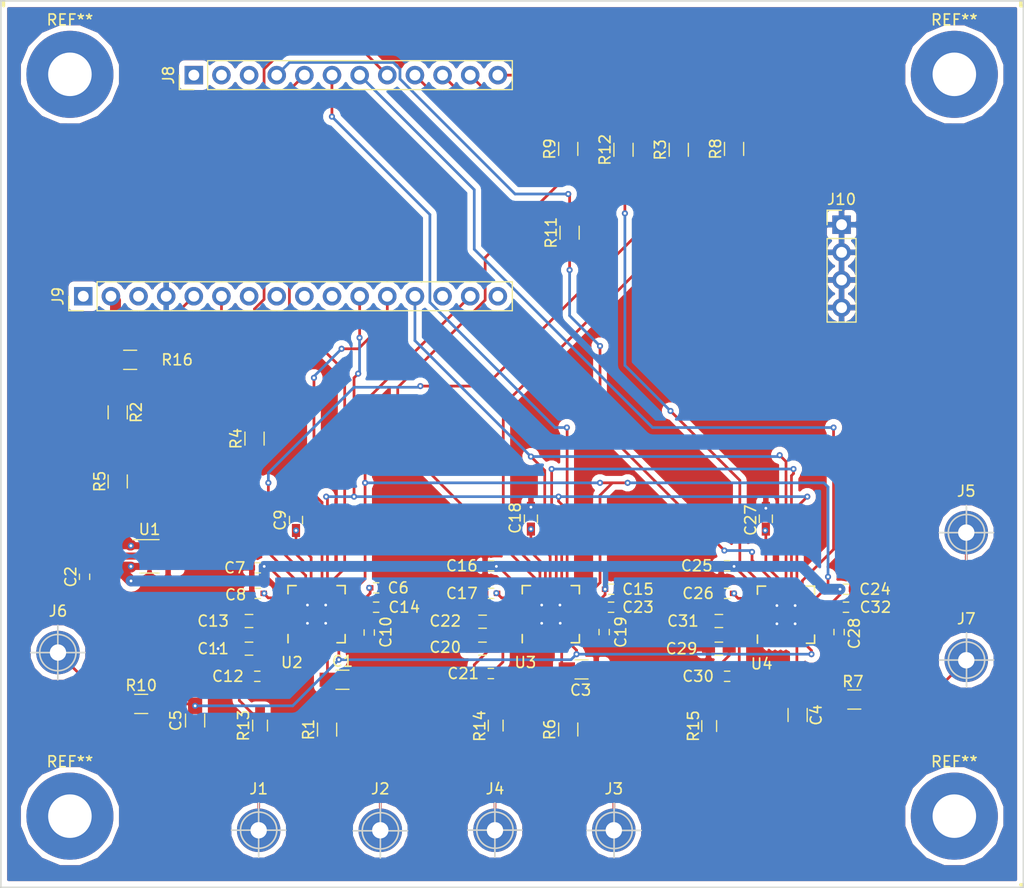
<source format=kicad_pcb>
(kicad_pcb (version 4) (host pcbnew 4.0.7)
  (layers (0 F.Cu signal) (31 B.Cu signal) (35 F.Paste user hide) (37 F.SilkS user hide) (39 F.Mask user hide) (44 Edge.Cuts user))
  (net 0 "")
  (net 1 /ECGP_1_R)
  (net 2 Earth)
  (net 3 +1V8)
  (net 4 /ECGP_2_R)
  (net 5 /ECGP_3_R)
  (net 6 /ECGN_R)
  (net 7 +3V3)
  (net 8 /EKG_1/CAPP)
  (net 9 /EKG_1/CAPN)
  (net 10 /EKG_1/VCM_R)
  (net 11 /EKG_1/VBG)
  (net 12 /EKG_1/VREF)
  (net 13 /EKG_1/PLL)
  (net 14 /EKG_2/CAPP)
  (net 15 /EKG_2/CAPN)
  (net 16 /EKG_2/VCM_R)
  (net 17 /EKG_2/VBG)
  (net 18 /EKG_2/VREF)
  (net 19 /EKG_2/PLL)
  (net 20 /EKG_3/CAPP)
  (net 21 /EKG_3/CAPN)
  (net 22 /EKG_3/VCM_R)
  (net 23 /EKG_3/VBG)
  (net 24 /EKG_3/VREF)
  (net 25 /EKG_3/PLL)
  (net 26 /VCM_1)
  (net 27 /ECGP_2)
  (net 28 /ECGP_3)
  (net 29 /ECGN)
  (net 30 "Net-(J8-Pad1)")
  (net 31 /PP3V3_EN)
  (net 32 "Net-(J8-Pad3)")
  (net 33 /INT2B_3)
  (net 34 /CS_1)
  (net 35 /CS_2)
  (net 36 /CS_3)
  (net 37 /INTB_1)
  (net 38 /INTB_2)
  (net 39 /INTB_3)
  (net 40 /INT2B_1)
  (net 41 /INT2B_2)
  (net 42 "Net-(J9-Pad1)")
  (net 43 /AIN_1)
  (net 44 /GPIO_14)
  (net 45 /SHDN_L)
  (net 46 /GPIO_16)
  (net 47 /GPIO_17)
  (net 48 /GPIO_18)
  (net 49 /GPIO_19)
  (net 50 /SCLK)
  (net 51 /MOSI)
  (net 52 /MISO)
  (net 53 /GPIO_0)
  (net 54 /FCLK)
  (net 55 /ECGP_1)
  (net 56 /SHDN_L_R)
  (net 57 /INT2B_1_R)
  (net 58 /INTB_1_R)
  (net 59 /INT2B_2_R)
  (net 60 /INTB_2_R)
  (net 61 /INT2B_3_R)
  (net 62 /INTB_3_R)
  (net 63 /VCM_2)
  (net 64 "Net-(J9-Pad16)")
  (net 65 /VCM_3)
  (module Mounting_Holes:MountingHole_4mm_Pad (layer F.Cu) (at 201.0918 130.5814)
    (fp_text reference REF** (at 0 -5) (layer F.SilkS))
    (fp_text value MountingHole_4mm_Pad)
    (pad 1 thru_hole circle (at 0 0) (size 8 8) (drill 4) (layers *.Cu *.Mask))
  )
  (module Mounting_Holes:MountingHole_4mm_Pad (layer F.Cu) (at 119.8118 130.5814)
    (fp_text reference REF** (at 0 -5) (layer F.SilkS))
    (fp_text value MountingHole_4mm_Pad)
    (pad 1 thru_hole circle (at 0 0) (size 8 8) (drill 4) (layers *.Cu *.Mask))
  )
  (module Mounting_Holes:MountingHole_4mm_Pad (layer F.Cu) (at 201.0918 62.4078)
    (fp_text reference REF** (at 0 -5) (layer F.SilkS))
    (fp_text value MountingHole_4mm_Pad)
    (pad 1 thru_hole circle (at 0 0) (size 8 8) (drill 4) (layers *.Cu *.Mask))
  )
  (module Resistors_SMD:R_0805_HandSoldering (layer F.Cu) (at 144.86 118.0465)
    (fp_text reference C1 (at 0 -1.7) (layer F.SilkS))
    (fp_text value 10pF)
    (pad 1 smd rect (at -1.35 0) (size 1.5 1.3) (layers F.Cu F.Paste F.Mask) (net 1 /ECGP_1_R))
    (pad 2 smd rect (at 1.35 0) (size 1.5 1.3) (layers F.Cu F.Paste F.Mask) (net 2 Earth))
  )
  (module Capacitors_SMD:C_0402 (layer F.Cu) (at 121.158 108.585 270)
    (fp_text reference C2 (at 0 1.27 270) (layer F.SilkS))
    (fp_text value 1uF)
    (pad 1 smd rect (at -0.55 0 270) (size 0.6 0.5) (layers F.Cu F.Paste F.Mask) (net 3 +1V8))
    (pad 2 smd rect (at 0.55 0 270) (size 0.6 0.5) (layers F.Cu F.Paste F.Mask) (net 2 Earth))
  )
  (module Resistors_SMD:R_0805_HandSoldering (layer F.Cu) (at 166.831 117.094)
    (fp_text reference C3 (at -0.08 1.905) (layer F.SilkS))
    (fp_text value 10pF)
    (pad 1 smd rect (at -1.35 0) (size 1.5 1.3) (layers F.Cu F.Paste F.Mask) (net 4 /ECGP_2_R))
    (pad 2 smd rect (at 1.35 0) (size 1.5 1.3) (layers F.Cu F.Paste F.Mask) (net 2 Earth))
  )
  (module Resistors_SMD:R_0805_HandSoldering (layer F.Cu) (at 186.69 121.285 270)
    (fp_text reference C4 (at 0 -1.7 450) (layer F.SilkS))
    (fp_text value 10pF)
    (pad 1 smd rect (at -1.35 0 270) (size 1.5 1.3) (layers F.Cu F.Paste F.Mask) (net 5 /ECGP_3_R))
    (pad 2 smd rect (at 1.35 0 270) (size 1.5 1.3) (layers F.Cu F.Paste F.Mask) (net 2 Earth))
  )
  (module Resistors_SMD:R_0805_HandSoldering (layer F.Cu) (at 131.318 121.793 270)
    (fp_text reference C5 (at 0 1.778 270) (layer F.SilkS))
    (fp_text value 10pF)
    (pad 1 smd rect (at -1.35 0 270) (size 1.5 1.3) (layers F.Cu F.Paste F.Mask) (net 6 /ECGN_R))
    (pad 2 smd rect (at 1.35 0 270) (size 1.5 1.3) (layers F.Cu F.Paste F.Mask) (net 2 Earth))
  )
  (module Capacitors_SMD:C_0402 (layer F.Cu) (at 147.955 109.601)
    (fp_text reference C6 (at 2.032 0 180) (layer F.SilkS))
    (fp_text value 1uF)
    (pad 1 smd rect (at -0.55 0) (size 0.6 0.5) (layers F.Cu F.Paste F.Mask) (net 3 +1V8))
    (pad 2 smd rect (at 0.55 0) (size 0.6 0.5) (layers F.Cu F.Paste F.Mask) (net 2 Earth))
  )
  (module Capacitors_SMD:C_0402 (layer F.Cu) (at 137.075 107.7595 180)
    (fp_text reference C7 (at 2.117 0 360) (layer F.SilkS))
    (fp_text value 1uF)
    (pad 1 smd rect (at -0.55 0 180) (size 0.6 0.5) (layers F.Cu F.Paste F.Mask) (net 3 +1V8))
    (pad 2 smd rect (at 0.55 0 180) (size 0.6 0.5) (layers F.Cu F.Paste F.Mask) (net 2 Earth))
  )
  (module Capacitors_SMD:C_0402 (layer F.Cu) (at 137.075 110.109 180)
    (fp_text reference C8 (at 2.032 -0.127 360) (layer F.SilkS))
    (fp_text value 0.1uF)
    (pad 1 smd rect (at -0.55 0 180) (size 0.6 0.5) (layers F.Cu F.Paste F.Mask) (net 3 +1V8))
    (pad 2 smd rect (at 0.55 0 180) (size 0.6 0.5) (layers F.Cu F.Paste F.Mask) (net 2 Earth))
  )
  (module Capacitors_SMD:C_0603_HandSoldering (layer F.Cu) (at 140.589 103.378 90)
    (fp_text reference C9 (at 0 -1.4605 90) (layer F.SilkS))
    (fp_text value 10uF)
    (pad 1 smd rect (at -0.95 0 90) (size 1.2 0.75) (layers F.Cu F.Paste F.Mask) (net 7 +3V3))
    (pad 2 smd rect (at 0.95 0 90) (size 1.2 0.75) (layers F.Cu F.Paste F.Mask) (net 2 Earth))
  )
  (module Capacitors_SMD:C_0402 (layer F.Cu) (at 147.32 113.707 90)
    (fp_text reference C10 (at 0.042 1.524 90) (layer F.SilkS))
    (fp_text value 1uF)
    (pad 1 smd rect (at -0.55 0 90) (size 0.6 0.5) (layers F.Cu F.Paste F.Mask) (net 8 /EKG_1/CAPP))
    (pad 2 smd rect (at 0.55 0 90) (size 0.6 0.5) (layers F.Cu F.Paste F.Mask) (net 9 /EKG_1/CAPN))
  )
  (module Capacitors_SMD:C_0603_HandSoldering (layer F.Cu) (at 136.271 115.189 180)
    (fp_text reference C11 (at 3.3 0 180) (layer F.SilkS))
    (fp_text value 10uF)
    (pad 1 smd rect (at -0.95 0 180) (size 1.2 0.75) (layers F.Cu F.Paste F.Mask) (net 10 /EKG_1/VCM_R))
    (pad 2 smd rect (at 0.95 0 180) (size 1.2 0.75) (layers F.Cu F.Paste F.Mask) (net 2 Earth))
  )
  (module Capacitors_SMD:C_0402 (layer F.Cu) (at 137.033 117.729 180)
    (fp_text reference C12 (at 2.704769 0 180) (layer F.SilkS))
    (fp_text value 1uF)
    (pad 1 smd rect (at -0.55 0 180) (size 0.6 0.5) (layers F.Cu F.Paste F.Mask) (net 11 /EKG_1/VBG))
    (pad 2 smd rect (at 0.55 0 180) (size 0.6 0.5) (layers F.Cu F.Paste F.Mask) (net 2 Earth))
  )
  (module Capacitors_SMD:C_0603_HandSoldering (layer F.Cu) (at 136.271 112.649 180)
    (fp_text reference C13 (at 3.3 0 180) (layer F.SilkS))
    (fp_text value 10uF)
    (pad 1 smd rect (at -0.95 0 180) (size 1.2 0.75) (layers F.Cu F.Paste F.Mask) (net 12 /EKG_1/VREF))
    (pad 2 smd rect (at 0.95 0 180) (size 1.2 0.75) (layers F.Cu F.Paste F.Mask) (net 2 Earth))
  )
  (module Capacitors_SMD:C_0402 (layer F.Cu) (at 147.955 111.379)
    (fp_text reference C14 (at 2.582 0 180) (layer F.SilkS))
    (fp_text value 1000pF)
    (pad 1 smd rect (at -0.55 0) (size 0.6 0.5) (layers F.Cu F.Paste F.Mask) (net 13 /EKG_1/PLL))
    (pad 2 smd rect (at 0.55 0) (size 0.6 0.5) (layers F.Cu F.Paste F.Mask) (net 2 Earth))
  )
  (module Capacitors_SMD:C_0402 (layer F.Cu) (at 169.545 109.728)
    (fp_text reference C15 (at 2.4765 0) (layer F.SilkS))
    (fp_text value 1uF)
    (pad 1 smd rect (at -0.55 0) (size 0.6 0.5) (layers F.Cu F.Paste F.Mask) (net 3 +1V8))
    (pad 2 smd rect (at 0.55 0) (size 0.6 0.5) (layers F.Cu F.Paste F.Mask) (net 2 Earth))
  )
  (module Capacitors_SMD:C_0402 (layer F.Cu) (at 158.5175 107.569 180)
    (fp_text reference C16 (at 2.6885 0 180) (layer F.SilkS))
    (fp_text value 1uF)
    (pad 1 smd rect (at -0.55 0 180) (size 0.6 0.5) (layers F.Cu F.Paste F.Mask) (net 3 +1V8))
    (pad 2 smd rect (at 0.55 0 180) (size 0.6 0.5) (layers F.Cu F.Paste F.Mask) (net 2 Earth))
  )
  (module Capacitors_SMD:C_0402 (layer F.Cu) (at 158.5175 110.109 180)
    (fp_text reference C17 (at 2.6885 0 180) (layer F.SilkS))
    (fp_text value 0.1uF)
    (pad 1 smd rect (at -0.55 0 180) (size 0.6 0.5) (layers F.Cu F.Paste F.Mask) (net 3 +1V8))
    (pad 2 smd rect (at 0.55 0 180) (size 0.6 0.5) (layers F.Cu F.Paste F.Mask) (net 2 Earth))
  )
  (module Capacitors_SMD:C_0603_HandSoldering (layer F.Cu) (at 162.179 103.251 90)
    (fp_text reference C18 (at 0.066 -1.452786 90) (layer F.SilkS))
    (fp_text value 10uF)
    (pad 1 smd rect (at -0.95 0 90) (size 1.2 0.75) (layers F.Cu F.Paste F.Mask) (net 7 +3V3))
    (pad 2 smd rect (at 0.95 0 90) (size 1.2 0.75) (layers F.Cu F.Paste F.Mask) (net 2 Earth))
  )
  (module Capacitors_SMD:C_0402 (layer F.Cu) (at 168.91 113.665 90)
    (fp_text reference C19 (at 0 1.524 90) (layer F.SilkS))
    (fp_text value 1uF)
    (pad 1 smd rect (at -0.55 0 90) (size 0.6 0.5) (layers F.Cu F.Paste F.Mask) (net 14 /EKG_2/CAPP))
    (pad 2 smd rect (at 0.55 0 90) (size 0.6 0.5) (layers F.Cu F.Paste F.Mask) (net 15 /EKG_2/CAPN))
  )
  (module Capacitors_SMD:C_0603_HandSoldering (layer F.Cu) (at 157.726286 115.189 180)
    (fp_text reference C20 (at 3.421286 0.127 180) (layer F.SilkS))
    (fp_text value 10uF)
    (pad 1 smd rect (at -0.95 0 180) (size 1.2 0.75) (layers F.Cu F.Paste F.Mask) (net 16 /EKG_2/VCM_R))
    (pad 2 smd rect (at 0.95 0 180) (size 1.2 0.75) (layers F.Cu F.Paste F.Mask) (net 2 Earth))
  )
  (module Capacitors_SMD:C_0402 (layer F.Cu) (at 158.496 117.475 180)
    (fp_text reference C21 (at 2.54 0 180) (layer F.SilkS))
    (fp_text value 1uF)
    (pad 1 smd rect (at -0.55 0 180) (size 0.6 0.5) (layers F.Cu F.Paste F.Mask) (net 17 /EKG_2/VBG))
    (pad 2 smd rect (at 0.55 0 180) (size 0.6 0.5) (layers F.Cu F.Paste F.Mask) (net 2 Earth))
  )
  (module Capacitors_SMD:C_0603_HandSoldering (layer F.Cu) (at 157.7365 112.7125 180)
    (fp_text reference C22 (at 3.4315 0.0635 180) (layer F.SilkS))
    (fp_text value 10uF)
    (pad 1 smd rect (at -0.95 0 180) (size 1.2 0.75) (layers F.Cu F.Paste F.Mask) (net 18 /EKG_2/VREF))
    (pad 2 smd rect (at 0.95 0 180) (size 1.2 0.75) (layers F.Cu F.Paste F.Mask) (net 2 Earth))
  )
  (module Capacitors_SMD:C_0402 (layer F.Cu) (at 169.545 111.379)
    (fp_text reference C23 (at 2.4765 0) (layer F.SilkS))
    (fp_text value 1000pF)
    (pad 1 smd rect (at -0.55 0) (size 0.6 0.5) (layers F.Cu F.Paste F.Mask) (net 19 /EKG_2/PLL))
    (pad 2 smd rect (at 0.55 0) (size 0.6 0.5) (layers F.Cu F.Paste F.Mask) (net 2 Earth))
  )
  (module Capacitors_SMD:C_0402 (layer F.Cu) (at 191.135 109.728)
    (fp_text reference C24 (at 2.667 0) (layer F.SilkS))
    (fp_text value 1uF)
    (pad 1 smd rect (at -0.55 0) (size 0.6 0.5) (layers F.Cu F.Paste F.Mask) (net 3 +1V8))
    (pad 2 smd rect (at 0.55 0) (size 0.6 0.5) (layers F.Cu F.Paste F.Mask) (net 2 Earth))
  )
  (module Capacitors_SMD:C_0402 (layer F.Cu) (at 180.213 107.569 180)
    (fp_text reference C25 (at 2.794 0 180) (layer F.SilkS))
    (fp_text value 1uF)
    (pad 1 smd rect (at -0.55 0 180) (size 0.6 0.5) (layers F.Cu F.Paste F.Mask) (net 3 +1V8))
    (pad 2 smd rect (at 0.55 0 180) (size 0.6 0.5) (layers F.Cu F.Paste F.Mask) (net 2 Earth))
  )
  (module Capacitors_SMD:C_0402 (layer F.Cu) (at 180.213 110.109 180)
    (fp_text reference C26 (at 2.667 0 360) (layer F.SilkS))
    (fp_text value 0.1uF)
    (pad 1 smd rect (at -0.55 0 180) (size 0.6 0.5) (layers F.Cu F.Paste F.Mask) (net 3 +1V8))
    (pad 2 smd rect (at 0.55 0 180) (size 0.6 0.5) (layers F.Cu F.Paste F.Mask) (net 2 Earth))
  )
  (module Capacitors_SMD:C_0603_HandSoldering (layer F.Cu) (at 183.769 103.251 90)
    (fp_text reference C27 (at -0.127 -1.397 90) (layer F.SilkS))
    (fp_text value 10uF)
    (pad 1 smd rect (at -0.95 0 90) (size 1.2 0.75) (layers F.Cu F.Paste F.Mask) (net 7 +3V3))
    (pad 2 smd rect (at 0.95 0 90) (size 1.2 0.75) (layers F.Cu F.Paste F.Mask) (net 2 Earth))
  )
  (module Capacitors_SMD:C_0402 (layer F.Cu) (at 190.5 113.665 90)
    (fp_text reference C28 (at -0.127 1.397 90) (layer F.SilkS))
    (fp_text value 1uF)
    (pad 1 smd rect (at -0.55 0 90) (size 0.6 0.5) (layers F.Cu F.Paste F.Mask) (net 20 /EKG_3/CAPP))
    (pad 2 smd rect (at 0.55 0 90) (size 0.6 0.5) (layers F.Cu F.Paste F.Mask) (net 21 /EKG_3/CAPN))
  )
  (module Capacitors_SMD:C_0603_HandSoldering (layer F.Cu) (at 179.451 115.189 180)
    (fp_text reference C29 (at 3.429 0 180) (layer F.SilkS))
    (fp_text value 10uF)
    (pad 1 smd rect (at -0.95 0 180) (size 1.2 0.75) (layers F.Cu F.Paste F.Mask) (net 22 /EKG_3/VCM_R))
    (pad 2 smd rect (at 0.95 0 180) (size 1.2 0.75) (layers F.Cu F.Paste F.Mask) (net 2 Earth))
  )
  (module Capacitors_SMD:C_0402 (layer F.Cu) (at 180.213 117.729 180)
    (fp_text reference C30 (at 2.667 0 180) (layer F.SilkS))
    (fp_text value 1uF)
    (pad 1 smd rect (at -0.55 0 180) (size 0.6 0.5) (layers F.Cu F.Paste F.Mask) (net 23 /EKG_3/VBG))
    (pad 2 smd rect (at 0.55 0 180) (size 0.6 0.5) (layers F.Cu F.Paste F.Mask) (net 2 Earth))
  )
  (module Capacitors_SMD:C_0603_HandSoldering (layer F.Cu) (at 179.451 112.649 180)
    (fp_text reference C31 (at 3.302 0 180) (layer F.SilkS))
    (fp_text value 10uF)
    (pad 1 smd rect (at -0.95 0 180) (size 1.2 0.75) (layers F.Cu F.Paste F.Mask) (net 24 /EKG_3/VREF))
    (pad 2 smd rect (at 0.95 0 180) (size 1.2 0.75) (layers F.Cu F.Paste F.Mask) (net 2 Earth))
  )
  (module Capacitors_SMD:C_0402 (layer F.Cu) (at 191.135 111.379)
    (fp_text reference C32 (at 2.709 0) (layer F.SilkS))
    (fp_text value 1000pF)
    (pad 1 smd rect (at -0.55 0) (size 0.6 0.5) (layers F.Cu F.Paste F.Mask) (net 25 /EKG_3/PLL))
    (pad 2 smd rect (at 0.55 0) (size 0.6 0.5) (layers F.Cu F.Paste F.Mask) (net 2 Earth))
  )
  (module Wire_Pads:SolderWirePad_single_1-5mmDrill (layer F.Cu) (at 137.16 131.8806)
    (fp_text reference J1 (at 0 -3.81) (layer F.SilkS))
    (fp_text value Screw_Terminal_01x01)
    (pad 1 thru_hole circle (at 0 0) (size 4.0005 4.0005) (drill 1.50114) (layers *.Cu *.Mask) (net 26 /VCM_1))
  )
  (module Wire_Pads:SolderWirePad_single_1-5mmDrill (layer F.Cu) (at 169.799 131.8806)
    (fp_text reference J3 (at 0 -3.81) (layer F.SilkS))
    (fp_text value Screw_Terminal_01x01)
    (pad 1 thru_hole circle (at 0 0) (size 4.0005 4.0005) (drill 1.50114) (layers *.Cu *.Mask) (net 27 /ECGP_2))
  )
  (module Wire_Pads:SolderWirePad_single_1-5mmDrill (layer F.Cu) (at 158.877 131.8806)
    (fp_text reference J4 (at 0 -3.81) (layer F.SilkS))
    (fp_text value Conn_01x01)
    (pad 1 thru_hole circle (at 0 0) (size 4.0005 4.0005) (drill 1.50114) (layers *.Cu *.Mask) (net 63 /VCM_2))
  )
  (module Wire_Pads:SolderWirePad_single_1-5mmDrill (layer F.Cu) (at 202.1878 104.521)
    (fp_text reference J5 (at 0 -3.81) (layer F.SilkS))
    (fp_text value Screw_Terminal_01x01)
    (pad 1 thru_hole circle (at 0 0) (size 4.0005 4.0005) (drill 1.50114) (layers *.Cu *.Mask) (net 28 /ECGP_3))
  )
  (module Wire_Pads:SolderWirePad_single_1-5mmDrill (layer F.Cu) (at 118.7158 115.5446)
    (fp_text reference J6 (at 0 -3.81) (layer F.SilkS))
    (fp_text value Screw_Terminal_01x01)
    (pad 1 thru_hole circle (at 0 0) (size 4.0005 4.0005) (drill 1.50114) (layers *.Cu *.Mask) (net 29 /ECGN))
  )
  (module Wire_Pads:SolderWirePad_single_1-5mmDrill (layer F.Cu) (at 202.1878 116.2558)
    (fp_text reference J7 (at 0 -3.81) (layer F.SilkS))
    (fp_text value Conn_01x01)
    (pad 1 thru_hole circle (at 0 0) (size 4.0005 4.0005) (drill 1.50114) (layers *.Cu *.Mask) (net 65 /VCM_3))
  )
  (module Pin_Headers:Pin_Header_Straight_1x12_Pitch2.54mm (layer F.Cu) (at 131.199609 62.481479 90)
    (fp_text reference J8 (at 0 -2.33 90) (layer F.SilkS))
    (fp_text value Conn_01x12)
    (pad 1 thru_hole rect (at 0 0 90) (size 1.7 1.7) (drill 1) (layers *.Cu *.Mask) (net 30 "Net-(J8-Pad1)"))
    (pad 2 thru_hole oval (at 0 2.54 90) (size 1.7 1.7) (drill 1) (layers *.Cu *.Mask) (net 31 /PP3V3_EN))
    (pad 3 thru_hole oval (at 0 5.08 90) (size 1.7 1.7) (drill 1) (layers *.Cu *.Mask) (net 32 "Net-(J8-Pad3)"))
    (pad 4 thru_hole oval (at 0 7.62 90) (size 1.7 1.7) (drill 1) (layers *.Cu *.Mask) (net 33 /INT2B_3))
    (pad 5 thru_hole oval (at 0 10.16 90) (size 1.7 1.7) (drill 1) (layers *.Cu *.Mask) (net 34 /CS_1))
    (pad 6 thru_hole oval (at 0 12.7 90) (size 1.7 1.7) (drill 1) (layers *.Cu *.Mask) (net 35 /CS_2))
    (pad 7 thru_hole oval (at 0 15.24 90) (size 1.7 1.7) (drill 1) (layers *.Cu *.Mask) (net 36 /CS_3))
    (pad 8 thru_hole oval (at 0 17.78 90) (size 1.7 1.7) (drill 1) (layers *.Cu *.Mask) (net 37 /INTB_1))
    (pad 9 thru_hole oval (at 0 20.32 90) (size 1.7 1.7) (drill 1) (layers *.Cu *.Mask) (net 38 /INTB_2))
    (pad 10 thru_hole oval (at 0 22.86 90) (size 1.7 1.7) (drill 1) (layers *.Cu *.Mask) (net 39 /INTB_3))
    (pad 11 thru_hole oval (at 0 25.4 90) (size 1.7 1.7) (drill 1) (layers *.Cu *.Mask) (net 40 /INT2B_1))
    (pad 12 thru_hole oval (at 0 27.94 90) (size 1.7 1.7) (drill 1) (layers *.Cu *.Mask) (net 41 /INT2B_2))
  )
  (module Pin_Headers:Pin_Header_Straight_1x16_Pitch2.54mm (layer F.Cu) (at 121.039609 82.801479 90)
    (fp_text reference J9 (at 0 -2.33 90) (layer F.SilkS))
    (fp_text value Conn_01x16)
    (pad 1 thru_hole rect (at 0 0 90) (size 1.7 1.7) (drill 1) (layers *.Cu *.Mask) (net 42 "Net-(J9-Pad1)"))
    (pad 2 thru_hole oval (at 0 2.54 90) (size 1.7 1.7) (drill 1) (layers *.Cu *.Mask) (net 7 +3V3))
    (pad 3 thru_hole oval (at 0 5.08 90) (size 1.7 1.7) (drill 1) (layers *.Cu *.Mask) (net 43 /AIN_1))
    (pad 4 thru_hole oval (at 0 7.62 90) (size 1.7 1.7) (drill 1) (layers *.Cu *.Mask) (net 2 Earth))
    (pad 5 thru_hole oval (at 0 10.16 90) (size 1.7 1.7) (drill 1) (layers *.Cu *.Mask) (net 44 /GPIO_14))
    (pad 6 thru_hole oval (at 0 12.7 90) (size 1.7 1.7) (drill 1) (layers *.Cu *.Mask) (net 45 /SHDN_L))
    (pad 7 thru_hole oval (at 0 15.24 90) (size 1.7 1.7) (drill 1) (layers *.Cu *.Mask) (net 46 /GPIO_16))
    (pad 8 thru_hole oval (at 0 17.78 90) (size 1.7 1.7) (drill 1) (layers *.Cu *.Mask) (net 47 /GPIO_17))
    (pad 9 thru_hole oval (at 0 20.32 90) (size 1.7 1.7) (drill 1) (layers *.Cu *.Mask) (net 48 /GPIO_18))
    (pad 10 thru_hole oval (at 0 22.86 90) (size 1.7 1.7) (drill 1) (layers *.Cu *.Mask) (net 49 /GPIO_19))
    (pad 11 thru_hole oval (at 0 25.4 90) (size 1.7 1.7) (drill 1) (layers *.Cu *.Mask) (net 50 /SCLK))
    (pad 12 thru_hole oval (at 0 27.94 90) (size 1.7 1.7) (drill 1) (layers *.Cu *.Mask) (net 51 /MOSI))
    (pad 13 thru_hole oval (at 0 30.48 90) (size 1.7 1.7) (drill 1) (layers *.Cu *.Mask) (net 52 /MISO))
    (pad 14 thru_hole oval (at 0 33.02 90) (size 1.7 1.7) (drill 1) (layers *.Cu *.Mask) (net 53 /GPIO_0))
    (pad 15 thru_hole oval (at 0 35.56 90) (size 1.7 1.7) (drill 1) (layers *.Cu *.Mask) (net 54 /FCLK))
    (pad 16 thru_hole oval (at 0 38.1 90) (size 1.7 1.7) (drill 1) (layers *.Cu *.Mask) (net 64 "Net-(J9-Pad16)"))
  )
  (module Pin_Headers:Pin_Header_Straight_1x04_Pitch2.54mm (layer F.Cu) (at 190.7286 76.2254)
    (fp_text reference J10 (at 0 -2.33) (layer F.SilkS))
    (fp_text value Conn_01x04)
    (pad 1 thru_hole rect (at 0 0) (size 1.7 1.7) (drill 1) (layers *.Cu *.Mask) (net 2 Earth))
    (pad 2 thru_hole oval (at 0 2.54) (size 1.7 1.7) (drill 1) (layers *.Cu *.Mask) (net 2 Earth))
    (pad 3 thru_hole oval (at 0 5.08) (size 1.7 1.7) (drill 1) (layers *.Cu *.Mask) (net 2 Earth))
    (pad 4 thru_hole oval (at 0 7.62) (size 1.7 1.7) (drill 1) (layers *.Cu *.Mask) (net 2 Earth))
  )
  (module Resistors_SMD:R_0805_HandSoldering (layer F.Cu) (at 143.4465 122.628161 90)
    (fp_text reference R1 (at 0 -1.7 90) (layer F.SilkS))
    (fp_text value 49.9k)
    (pad 1 smd rect (at -1.35 0 90) (size 1.5 1.3) (layers F.Cu F.Paste F.Mask) (net 55 /ECGP_1))
    (pad 2 smd rect (at 1.35 0 90) (size 1.5 1.3) (layers F.Cu F.Paste F.Mask) (net 1 /ECGP_1_R))
  )
  (module Resistors_SMD:R_0805_HandSoldering (layer F.Cu) (at 124.206 93.472 270)
    (fp_text reference R2 (at 0 -1.7 270) (layer F.SilkS))
    (fp_text value 0)
    (pad 1 smd rect (at -1.35 0 270) (size 1.5 1.3) (layers F.Cu F.Paste F.Mask) (net 7 +3V3))
    (pad 2 smd rect (at 1.35 0 270) (size 1.5 1.3) (layers F.Cu F.Paste F.Mask) (net 56 /SHDN_L_R))
  )
  (module Resistors_SMD:R_0805_HandSoldering (layer F.Cu) (at 175.768 69.342 90)
    (fp_text reference R3 (at 0 -1.7 90) (layer F.SilkS))
    (fp_text value 0)
    (pad 1 smd rect (at -1.35 0 90) (size 1.5 1.3) (layers F.Cu F.Paste F.Mask) (net 57 /INT2B_1_R))
    (pad 2 smd rect (at 1.35 0 90) (size 1.5 1.3) (layers F.Cu F.Paste F.Mask) (net 40 /INT2B_1))
  )
  (module Resistors_SMD:R_0805_HandSoldering (layer F.Cu) (at 136.779 95.885 90)
    (fp_text reference R4 (at 0 -1.7 90) (layer F.SilkS))
    (fp_text value 0)
    (pad 1 smd rect (at -1.35 0 90) (size 1.5 1.3) (layers F.Cu F.Paste F.Mask) (net 58 /INTB_1_R))
    (pad 2 smd rect (at 1.35 0 90) (size 1.5 1.3) (layers F.Cu F.Paste F.Mask) (net 37 /INTB_1))
  )
  (module Resistors_SMD:R_0805_HandSoldering (layer F.Cu) (at 124.206 99.822 270)
    (fp_text reference R5 (at 0 1.651 450) (layer F.SilkS))
    (fp_text value 0)
    (pad 1 smd rect (at -1.35 0 270) (size 1.5 1.3) (layers F.Cu F.Paste F.Mask) (net 45 /SHDN_L))
    (pad 2 smd rect (at 1.35 0 270) (size 1.5 1.3) (layers F.Cu F.Paste F.Mask) (net 56 /SHDN_L_R))
  )
  (module Resistors_SMD:R_0805_HandSoldering (layer F.Cu) (at 165.608 122.6185 90)
    (fp_text reference R6 (at 0 -1.7 90) (layer F.SilkS))
    (fp_text value 49.9k)
    (pad 1 smd rect (at -1.35 0 90) (size 1.5 1.3) (layers F.Cu F.Paste F.Mask) (net 27 /ECGP_2))
    (pad 2 smd rect (at 1.35 0 90) (size 1.5 1.3) (layers F.Cu F.Paste F.Mask) (net 4 /ECGP_2_R))
  )
  (module Resistors_SMD:R_0805_HandSoldering (layer F.Cu) (at 191.897 119.8626 180)
    (fp_text reference R7 (at 0.127 1.651 360) (layer F.SilkS))
    (fp_text value 49.9k)
    (pad 1 smd rect (at -1.35 0 180) (size 1.5 1.3) (layers F.Cu F.Paste F.Mask) (net 28 /ECGP_3))
    (pad 2 smd rect (at 1.35 0 180) (size 1.5 1.3) (layers F.Cu F.Paste F.Mask) (net 5 /ECGP_3_R))
  )
  (module Resistors_SMD:R_0805_HandSoldering (layer F.Cu) (at 180.848 69.262 90)
    (fp_text reference R8 (at 0 -1.7 90) (layer F.SilkS))
    (fp_text value 0)
    (pad 1 smd rect (at -1.35 0 90) (size 1.5 1.3) (layers F.Cu F.Paste F.Mask) (net 59 /INT2B_2_R))
    (pad 2 smd rect (at 1.35 0 90) (size 1.5 1.3) (layers F.Cu F.Paste F.Mask) (net 41 /INT2B_2))
  )
  (module Resistors_SMD:R_0805_HandSoldering (layer F.Cu) (at 165.608 69.262 90)
    (fp_text reference R9 (at 0 -1.7 90) (layer F.SilkS))
    (fp_text value 0)
    (pad 1 smd rect (at -1.35 0 90) (size 1.5 1.3) (layers F.Cu F.Paste F.Mask) (net 60 /INTB_2_R))
    (pad 2 smd rect (at 1.35 0 90) (size 1.5 1.3) (layers F.Cu F.Paste F.Mask) (net 38 /INTB_2))
  )
  (module Resistors_SMD:R_0805_HandSoldering (layer F.Cu) (at 126.365 120.269)
    (fp_text reference R10 (at 0 -1.7) (layer F.SilkS))
    (fp_text value 49.9k)
    (pad 1 smd rect (at -1.35 0) (size 1.5 1.3) (layers F.Cu F.Paste F.Mask) (net 29 /ECGN))
    (pad 2 smd rect (at 1.35 0) (size 1.5 1.3) (layers F.Cu F.Paste F.Mask) (net 6 /ECGN_R))
  )
  (module Resistors_SMD:R_0805_HandSoldering (layer F.Cu) (at 165.735 76.962 90)
    (fp_text reference R11 (at 0 -1.7 90) (layer F.SilkS))
    (fp_text value 0)
    (pad 1 smd rect (at -1.35 0 90) (size 1.5 1.3) (layers F.Cu F.Paste F.Mask) (net 61 /INT2B_3_R))
    (pad 2 smd rect (at 1.35 0 90) (size 1.5 1.3) (layers F.Cu F.Paste F.Mask) (net 33 /INT2B_3))
  )
  (module Resistors_SMD:R_0805_HandSoldering (layer F.Cu) (at 170.688 69.342 90)
    (fp_text reference R12 (at 0 -1.7 90) (layer F.SilkS))
    (fp_text value 0)
    (pad 1 smd rect (at -1.35 0 90) (size 1.5 1.3) (layers F.Cu F.Paste F.Mask) (net 62 /INTB_3_R))
    (pad 2 smd rect (at 1.35 0 90) (size 1.5 1.3) (layers F.Cu F.Paste F.Mask) (net 39 /INTB_3))
  )
  (module Resistors_SMD:R_0603_HandSoldering (layer F.Cu) (at 137.287 122.258 90)
    (fp_text reference R13 (at 0 -1.524 90) (layer F.SilkS))
    (fp_text value 499k)
    (pad 1 smd rect (at -1.1 0 90) (size 1.2 0.9) (layers F.Cu F.Paste F.Mask) (net 26 /VCM_1))
    (pad 2 smd rect (at 1.1 0 90) (size 1.2 0.9) (layers F.Cu F.Paste F.Mask) (net 10 /EKG_1/VCM_R))
  )
  (module Resistors_SMD:R_0603_HandSoldering (layer F.Cu) (at 158.9405 122.258 90)
    (fp_text reference R14 (at -0.043 -1.4605 90) (layer F.SilkS))
    (fp_text value 499k)
    (pad 1 smd rect (at -1.1 0 90) (size 1.2 0.9) (layers F.Cu F.Paste F.Mask) (net 63 /VCM_2))
    (pad 2 smd rect (at 1.1 0 90) (size 1.2 0.9) (layers F.Cu F.Paste F.Mask) (net 16 /EKG_2/VCM_R))
  )
  (module Resistors_SMD:R_0603_HandSoldering (layer F.Cu) (at 178.562 122.301 90)
    (fp_text reference R15 (at 0 -1.45 90) (layer F.SilkS))
    (fp_text value 499k)
    (pad 1 smd rect (at -1.1 0 90) (size 1.2 0.9) (layers F.Cu F.Paste F.Mask) (net 65 /VCM_3))
    (pad 2 smd rect (at 1.1 0 90) (size 1.2 0.9) (layers F.Cu F.Paste F.Mask) (net 22 /EKG_3/VCM_R))
  )
  (module TO_SOT_Packages_SMD:TSOT-23-5_HandSoldering (layer F.Cu) (at 127.127 106.68)
    (fp_text reference U1 (at 0 -2.45) (layer F.SilkS))
    (fp_text value MAX1726EUK18+)
    (pad 1 smd rect (at -1.71 -0.95) (size 2 0.65) (layers F.Cu F.Paste F.Mask) (net 7 +3V3))
    (pad 2 smd rect (at -1.71 0) (size 2 0.65) (layers F.Cu F.Paste F.Mask) (net 2 Earth))
    (pad 3 smd rect (at -1.71 0.95) (size 2 0.65) (layers F.Cu F.Paste F.Mask) (net 3 +1V8))
    (pad 4 smd rect (at 1.71 0.95) (size 2 0.65) (layers F.Cu F.Paste F.Mask) (net 2 Earth))
    (pad 5 smd rect (at 1.71 -0.95) (size 2 0.65) (layers F.Cu F.Paste F.Mask) (net 56 /SHDN_L_R))
  )
  (module Housings_DFN_QFN:QFN-28-1EP_5x5mm_Pitch0.5mm (layer F.Cu) (at 142.480269 112.019161 90)
    (fp_text reference U2 (at -4.439839 -2.272269 180) (layer F.SilkS))
    (fp_text value MAX30003)
    (pad 1 smd oval (at -2.45 -1.5 90) (size 0.85 0.3) (layers F.Cu F.Paste F.Mask) (net 2 Earth))
    (pad 2 smd oval (at -2.45 -1 90) (size 0.85 0.3) (layers F.Cu F.Paste F.Mask) (net 2 Earth))
    (pad 3 smd oval (at -2.45 -0.5 90) (size 0.85 0.3) (layers F.Cu F.Paste F.Mask) (net 2 Earth))
    (pad 4 smd oval (at -2.45 0 90) (size 0.85 0.3) (layers F.Cu F.Paste F.Mask) (net 2 Earth))
    (pad 5 smd oval (at -2.45 0.5 90) (size 0.85 0.3) (layers F.Cu F.Paste F.Mask) (net 2 Earth))
    (pad 6 smd oval (at -2.45 1 90) (size 0.85 0.3) (layers F.Cu F.Paste F.Mask) (net 1 /ECGP_1_R))
    (pad 7 smd oval (at -2.45 1.5 90) (size 0.85 0.3) (layers F.Cu F.Paste F.Mask) (net 6 /ECGN_R))
    (pad 8 smd oval (at -1.5 2.45 180) (size 0.85 0.3) (layers F.Cu F.Paste F.Mask) (net 2 Earth))
    (pad 9 smd oval (at -1 2.45 180) (size 0.85 0.3) (layers F.Cu F.Paste F.Mask) (net 8 /EKG_1/CAPP))
    (pad 10 smd oval (at -0.5 2.45 180) (size 0.85 0.3) (layers F.Cu F.Paste F.Mask) (net 9 /EKG_1/CAPN))
    (pad 11 smd oval (at 0 2.45 180) (size 0.85 0.3) (layers F.Cu F.Paste F.Mask) (net 13 /EKG_1/PLL))
    (pad 12 smd oval (at 0.5 2.45 180) (size 0.85 0.3) (layers F.Cu F.Paste F.Mask) (net 2 Earth))
    (pad 13 smd oval (at 1 2.45 180) (size 0.85 0.3) (layers F.Cu F.Paste F.Mask) (net 3 +1V8))
    (pad 14 smd oval (at 1.5 2.45 180) (size 0.85 0.3) (layers F.Cu F.Paste F.Mask) (net 54 /FCLK))
    (pad 15 smd oval (at 2.45 1.5 90) (size 0.85 0.3) (layers F.Cu F.Paste F.Mask) (net 34 /CS_1))
    (pad 16 smd oval (at 2.45 1 90) (size 0.85 0.3) (layers F.Cu F.Paste F.Mask) (net 50 /SCLK))
    (pad 17 smd oval (at 2.45 0.5 90) (size 0.85 0.3) (layers F.Cu F.Paste F.Mask) (net 51 /MOSI))
    (pad 18 smd oval (at 2.45 0 90) (size 0.85 0.3) (layers F.Cu F.Paste F.Mask) (net 52 /MISO))
    (pad 19 smd oval (at 2.45 -0.5 90) (size 0.85 0.3) (layers F.Cu F.Paste F.Mask) (net 7 +3V3))
    (pad 20 smd oval (at 2.45 -1 90) (size 0.85 0.3) (layers F.Cu F.Paste F.Mask) (net 57 /INT2B_1_R))
    (pad 21 smd oval (at 2.45 -1.5 90) (size 0.85 0.3) (layers F.Cu F.Paste F.Mask) (net 58 /INTB_1_R))
    (pad 22 smd oval (at 1.5 -2.45 180) (size 0.85 0.3) (layers F.Cu F.Paste F.Mask) (net 3 +1V8))
    (pad 23 smd oval (at 1 -2.45 180) (size 0.85 0.3) (layers F.Cu F.Paste F.Mask) (net 12 /EKG_1/VREF))
    (pad 24 smd oval (at 0.5 -2.45 180) (size 0.85 0.3) (layers F.Cu F.Paste F.Mask) (net 2 Earth))
    (pad 25 smd oval (at 0 -2.45 180) (size 0.85 0.3) (layers F.Cu F.Paste F.Mask) (net 10 /EKG_1/VCM_R))
    (pad 26 smd oval (at -0.5 -2.45 180) (size 0.85 0.3) (layers F.Cu F.Paste F.Mask) (net 2 Earth))
    (pad 27 smd oval (at -1 -2.45 180) (size 0.85 0.3) (layers F.Cu F.Paste F.Mask) (net 11 /EKG_1/VBG))
    (pad 28 smd oval (at -1.5 -2.45 180) (size 0.85 0.3) (layers F.Cu F.Paste F.Mask) (net 2 Earth))
    (pad 29 smd rect (at 0.8375 0.8375 90) (size 1.675 1.675) (layers F.Cu F.Paste F.Mask) (net 2 Earth))
    (pad 29 smd rect (at 0.8375 -0.8375 90) (size 1.675 1.675) (layers F.Cu F.Paste F.Mask) (net 2 Earth))
    (pad 29 smd rect (at -0.8375 0.8375 90) (size 1.675 1.675) (layers F.Cu F.Paste F.Mask) (net 2 Earth))
    (pad 29 smd rect (at -0.8375 -0.8375 90) (size 1.675 1.675) (layers F.Cu F.Paste F.Mask) (net 2 Earth))
  )
  (module Housings_DFN_QFN:QFN-28-1EP_5x5mm_Pitch0.5mm (layer F.Cu) (at 164.007625 112.019161 90)
    (fp_text reference U3 (at -4.439839 -2.336625 180) (layer F.SilkS))
    (fp_text value MAX30003)
    (pad 1 smd oval (at -2.45 -1.5 90) (size 0.85 0.3) (layers F.Cu F.Paste F.Mask) (net 2 Earth))
    (pad 2 smd oval (at -2.45 -1 90) (size 0.85 0.3) (layers F.Cu F.Paste F.Mask) (net 2 Earth))
    (pad 3 smd oval (at -2.45 -0.5 90) (size 0.85 0.3) (layers F.Cu F.Paste F.Mask) (net 2 Earth))
    (pad 4 smd oval (at -2.45 0 90) (size 0.85 0.3) (layers F.Cu F.Paste F.Mask) (net 2 Earth))
    (pad 5 smd oval (at -2.45 0.5 90) (size 0.85 0.3) (layers F.Cu F.Paste F.Mask) (net 2 Earth))
    (pad 6 smd oval (at -2.45 1 90) (size 0.85 0.3) (layers F.Cu F.Paste F.Mask) (net 4 /ECGP_2_R))
    (pad 7 smd oval (at -2.45 1.5 90) (size 0.85 0.3) (layers F.Cu F.Paste F.Mask) (net 6 /ECGN_R))
    (pad 8 smd oval (at -1.5 2.45 180) (size 0.85 0.3) (layers F.Cu F.Paste F.Mask) (net 2 Earth))
    (pad 9 smd oval (at -1 2.45 180) (size 0.85 0.3) (layers F.Cu F.Paste F.Mask) (net 14 /EKG_2/CAPP))
    (pad 10 smd oval (at -0.5 2.45 180) (size 0.85 0.3) (layers F.Cu F.Paste F.Mask) (net 15 /EKG_2/CAPN))
    (pad 11 smd oval (at 0 2.45 180) (size 0.85 0.3) (layers F.Cu F.Paste F.Mask) (net 19 /EKG_2/PLL))
    (pad 12 smd oval (at 0.5 2.45 180) (size 0.85 0.3) (layers F.Cu F.Paste F.Mask) (net 2 Earth))
    (pad 13 smd oval (at 1 2.45 180) (size 0.85 0.3) (layers F.Cu F.Paste F.Mask) (net 3 +1V8))
    (pad 14 smd oval (at 1.5 2.45 180) (size 0.85 0.3) (layers F.Cu F.Paste F.Mask) (net 54 /FCLK))
    (pad 15 smd oval (at 2.45 1.5 90) (size 0.85 0.3) (layers F.Cu F.Paste F.Mask) (net 35 /CS_2))
    (pad 16 smd oval (at 2.45 1 90) (size 0.85 0.3) (layers F.Cu F.Paste F.Mask) (net 50 /SCLK))
    (pad 17 smd oval (at 2.45 0.5 90) (size 0.85 0.3) (layers F.Cu F.Paste F.Mask) (net 51 /MOSI))
    (pad 18 smd oval (at 2.45 0 90) (size 0.85 0.3) (layers F.Cu F.Paste F.Mask) (net 52 /MISO))
    (pad 19 smd oval (at 2.45 -0.5 90) (size 0.85 0.3) (layers F.Cu F.Paste F.Mask) (net 7 +3V3))
    (pad 20 smd oval (at 2.45 -1 90) (size 0.85 0.3) (layers F.Cu F.Paste F.Mask) (net 59 /INT2B_2_R))
    (pad 21 smd oval (at 2.45 -1.5 90) (size 0.85 0.3) (layers F.Cu F.Paste F.Mask) (net 60 /INTB_2_R))
    (pad 22 smd oval (at 1.5 -2.45 180) (size 0.85 0.3) (layers F.Cu F.Paste F.Mask) (net 3 +1V8))
    (pad 23 smd oval (at 1 -2.45 180) (size 0.85 0.3) (layers F.Cu F.Paste F.Mask) (net 18 /EKG_2/VREF))
    (pad 24 smd oval (at 0.5 -2.45 180) (size 0.85 0.3) (layers F.Cu F.Paste F.Mask) (net 2 Earth))
    (pad 25 smd oval (at 0 -2.45 180) (size 0.85 0.3) (layers F.Cu F.Paste F.Mask) (net 16 /EKG_2/VCM_R))
    (pad 26 smd oval (at -0.5 -2.45 180) (size 0.85 0.3) (layers F.Cu F.Paste F.Mask) (net 2 Earth))
    (pad 27 smd oval (at -1 -2.45 180) (size 0.85 0.3) (layers F.Cu F.Paste F.Mask) (net 17 /EKG_2/VBG))
    (pad 28 smd oval (at -1.5 -2.45 180) (size 0.85 0.3) (layers F.Cu F.Paste F.Mask) (net 2 Earth))
    (pad 29 smd rect (at 0.8375 0.8375 90) (size 1.675 1.675) (layers F.Cu F.Paste F.Mask) (net 2 Earth))
    (pad 29 smd rect (at 0.8375 -0.8375 90) (size 1.675 1.675) (layers F.Cu F.Paste F.Mask) (net 2 Earth))
    (pad 29 smd rect (at -0.8375 0.8375 90) (size 1.675 1.675) (layers F.Cu F.Paste F.Mask) (net 2 Earth))
    (pad 29 smd rect (at -0.8375 -0.8375 90) (size 1.675 1.675) (layers F.Cu F.Paste F.Mask) (net 2 Earth))
  )
  (module Housings_DFN_QFN:QFN-28-1EP_5x5mm_Pitch0.5mm (layer F.Cu) (at 185.6225 112.0655 90)
    (fp_text reference U4 (at -4.5205 -2.2345 180) (layer F.SilkS))
    (fp_text value MAX30003)
    (pad 1 smd oval (at -2.45 -1.5 90) (size 0.85 0.3) (layers F.Cu F.Paste F.Mask) (net 2 Earth))
    (pad 2 smd oval (at -2.45 -1 90) (size 0.85 0.3) (layers F.Cu F.Paste F.Mask) (net 2 Earth))
    (pad 3 smd oval (at -2.45 -0.5 90) (size 0.85 0.3) (layers F.Cu F.Paste F.Mask) (net 2 Earth))
    (pad 4 smd oval (at -2.45 0 90) (size 0.85 0.3) (layers F.Cu F.Paste F.Mask) (net 2 Earth))
    (pad 5 smd oval (at -2.45 0.5 90) (size 0.85 0.3) (layers F.Cu F.Paste F.Mask) (net 2 Earth))
    (pad 6 smd oval (at -2.45 1 90) (size 0.85 0.3) (layers F.Cu F.Paste F.Mask) (net 5 /ECGP_3_R))
    (pad 7 smd oval (at -2.45 1.5 90) (size 0.85 0.3) (layers F.Cu F.Paste F.Mask) (net 6 /ECGN_R))
    (pad 8 smd oval (at -1.5 2.45 180) (size 0.85 0.3) (layers F.Cu F.Paste F.Mask) (net 2 Earth))
    (pad 9 smd oval (at -1 2.45 180) (size 0.85 0.3) (layers F.Cu F.Paste F.Mask) (net 20 /EKG_3/CAPP))
    (pad 10 smd oval (at -0.5 2.45 180) (size 0.85 0.3) (layers F.Cu F.Paste F.Mask) (net 21 /EKG_3/CAPN))
    (pad 11 smd oval (at 0 2.45 180) (size 0.85 0.3) (layers F.Cu F.Paste F.Mask) (net 25 /EKG_3/PLL))
    (pad 12 smd oval (at 0.5 2.45 180) (size 0.85 0.3) (layers F.Cu F.Paste F.Mask) (net 2 Earth))
    (pad 13 smd oval (at 1 2.45 180) (size 0.85 0.3) (layers F.Cu F.Paste F.Mask) (net 3 +1V8))
    (pad 14 smd oval (at 1.5 2.45 180) (size 0.85 0.3) (layers F.Cu F.Paste F.Mask) (net 54 /FCLK))
    (pad 15 smd oval (at 2.45 1.5 90) (size 0.85 0.3) (layers F.Cu F.Paste F.Mask) (net 36 /CS_3))
    (pad 16 smd oval (at 2.45 1 90) (size 0.85 0.3) (layers F.Cu F.Paste F.Mask) (net 50 /SCLK))
    (pad 17 smd oval (at 2.45 0.5 90) (size 0.85 0.3) (layers F.Cu F.Paste F.Mask) (net 51 /MOSI))
    (pad 18 smd oval (at 2.45 0 90) (size 0.85 0.3) (layers F.Cu F.Paste F.Mask) (net 52 /MISO))
    (pad 19 smd oval (at 2.45 -0.5 90) (size 0.85 0.3) (layers F.Cu F.Paste F.Mask) (net 7 +3V3))
    (pad 20 smd oval (at 2.45 -1 90) (size 0.85 0.3) (layers F.Cu F.Paste F.Mask) (net 61 /INT2B_3_R))
    (pad 21 smd oval (at 2.45 -1.5 90) (size 0.85 0.3) (layers F.Cu F.Paste F.Mask) (net 62 /INTB_3_R))
    (pad 22 smd oval (at 1.5 -2.45 180) (size 0.85 0.3) (layers F.Cu F.Paste F.Mask) (net 3 +1V8))
    (pad 23 smd oval (at 1 -2.45 180) (size 0.85 0.3) (layers F.Cu F.Paste F.Mask) (net 24 /EKG_3/VREF))
    (pad 24 smd oval (at 0.5 -2.45 180) (size 0.85 0.3) (layers F.Cu F.Paste F.Mask) (net 2 Earth))
    (pad 25 smd oval (at 0 -2.45 180) (size 0.85 0.3) (layers F.Cu F.Paste F.Mask) (net 22 /EKG_3/VCM_R))
    (pad 26 smd oval (at -0.5 -2.45 180) (size 0.85 0.3) (layers F.Cu F.Paste F.Mask) (net 2 Earth))
    (pad 27 smd oval (at -1 -2.45 180) (size 0.85 0.3) (layers F.Cu F.Paste F.Mask) (net 23 /EKG_3/VBG))
    (pad 28 smd oval (at -1.5 -2.45 180) (size 0.85 0.3) (layers F.Cu F.Paste F.Mask) (net 2 Earth))
    (pad 29 smd rect (at 0.8375 0.8375 90) (size 1.675 1.675) (layers F.Cu F.Paste F.Mask) (net 2 Earth))
    (pad 29 smd rect (at 0.8375 -0.8375 90) (size 1.675 1.675) (layers F.Cu F.Paste F.Mask) (net 2 Earth))
    (pad 29 smd rect (at -0.8375 0.8375 90) (size 1.675 1.675) (layers F.Cu F.Paste F.Mask) (net 2 Earth))
    (pad 29 smd rect (at -0.8375 -0.8375 90) (size 1.675 1.675) (layers F.Cu F.Paste F.Mask) (net 2 Earth))
  )
  (module Wire_Pads:SolderWirePad_single_1-5mmDrill (layer F.Cu) (at 148.336 131.8806)
    (fp_text reference J2 (at 0 -3.81) (layer F.SilkS))
    (fp_text value Screw_Terminal_01x01)
    (pad 1 thru_hole circle (at 0 0) (size 4.0005 4.0005) (drill 1.50114) (layers *.Cu *.Mask) (net 55 /ECGP_1))
  )
  (module Resistors_SMD:R_0805_HandSoldering (layer F.Cu) (at 125.349 88.646)
    (fp_text reference R16 (at 4.318 0) (layer F.SilkS))
    (fp_text value 10k)
    (pad 1 smd rect (at -1.35 0) (size 1.5 1.3) (layers F.Cu F.Paste F.Mask) (net 7 +3V3))
    (pad 2 smd rect (at 1.35 0) (size 1.5 1.3) (layers F.Cu F.Paste F.Mask) (net 44 /GPIO_14))
  )
  (module Mounting_Holes:MountingHole_4mm_Pad (layer F.Cu) (at 119.8118 62.4078)
    (fp_text reference REF** (at 0 -5) (layer F.SilkS))
    (fp_text value MountingHole_4mm_Pad)
    (pad 1 thru_hole circle (at 0 0) (size 8 8) (drill 4) (layers *.Cu *.Mask))
  )
  (target plus (at 202.203458 104.525776) (size 5) (width 0.15) (layer Edge.Cuts))
  (target plus (at 158.868689 131.865835) (size 5) (width 0.15) (layer Edge.Cuts))
  (target plus (at 148.344112 131.929509) (size 5) (width 0.15) (layer Edge.Cuts))
  (gr_line (start 113.4618 137.1346) (end 113.4618 55.6514) (layer Edge.Cuts) (width 0.15))
  (target plus (at 169.820358 131.896445) (size 5) (width 0.15) (layer Edge.Cuts))
  (target plus (at 137.157067 131.872429) (size 5) (width 0.15) (layer Edge.Cuts))
  (target plus (at 202.212061 116.235605) (size 5) (width 0.15) (layer Edge.Cuts))
  (target plus (at 118.701579 115.550104) (size 5) (width 0.15) (layer Edge.Cuts))
  (gr_line (start 207.4418 137.1346) (end 113.4618 137.1346) (layer Edge.Cuts) (width 0.15))
  (gr_line (start 207.4418 55.6514) (end 207.4418 137.1346) (layer Edge.Cuts) (width 0.15))
  (gr_line (start 113.4618 55.6514) (end 207.4418 55.6514) (layer Edge.Cuts) (width 0.15))
  (dimension 80.772 (width 0.3) (layer F.SilkS) (gr_text "3.1800 in" (at 215.9546 96.4946 270) (layer F.SilkS) (effects (font (size 1.5 1.5) (thickness 0.3)))) (feature1 (pts (xy 207.1878 136.8806) (xy 217.3046 136.8806))) (feature2 (pts (xy 207.1878 56.1086) (xy 217.3046 56.1086))) (crossbar (pts (xy 214.6046 56.1086) (xy 214.6046 136.8806))) (arrow1a (pts (xy 214.6046 136.8806) (xy 214.018179 135.754096))) (arrow1b (pts (xy 214.6046 136.8806) (xy 215.191021 135.754096))) (arrow2a (pts (xy 214.6046 56.1086) (xy 214.018179 57.235104))) (arrow2b (pts (xy 214.6046 56.1086) (xy 215.191021 57.235104))))
  (dimension 93.472 (width 0.3) (layer F.SilkS) (gr_text "3.6800 in" (at 160.4518 49.7802) (layer F.SilkS) (effects (font (size 1.5 1.5) (thickness 0.3)))) (feature1 (pts (xy 207.1878 56.1086) (xy 207.1878 48.4302))) (feature2 (pts (xy 113.7158 56.1086) (xy 113.7158 48.4302))) (crossbar (pts (xy 113.7158 51.1302) (xy 207.1878 51.1302))) (arrow1a (pts (xy 207.1878 51.1302) (xy 206.061296 51.716621))) (arrow1b (pts (xy 207.1878 51.1302) (xy 206.061296 50.543779))) (arrow2a (pts (xy 113.7158 51.1302) (xy 114.842304 51.716621))) (arrow2b (pts (xy 113.7158 51.1302) (xy 114.842304 50.543779))))
  (segment (start 143.51 118.0465) (end 143.51 121.214661) (width 0.25) (layer F.Cu) (net 1))
  (segment (start 143.51 121.214661) (end 143.4465 121.278161) (width 0.25) (layer F.Cu) (net 1))
  (segment (start 143.480269 114.469161) (end 143.480269 118.016769) (width 0.25) (layer F.Cu) (net 1))
  (segment (start 143.480269 118.016769) (end 143.51 118.0465) (width 0.25) (layer F.Cu) (net 1))
  (segment (start 161.557625 113.519161) (end 161.557625 113.805625) (width 0.25) (layer F.Cu) (net 2))
  (segment (start 144.930269 113.519161) (end 144.930269 113.688269) (width 0.25) (layer F.Cu) (net 2))
  (segment (start 166.457625 113.519161) (end 166.457625 113.755175) (width 0.25) (layer F.Cu) (net 2))
  (segment (start 125.417 106.68) (end 124.167 106.68) (width 0.25) (layer F.Cu) (net 2))
  (segment (start 124.167 106.68) (end 123.8876 106.4006) (width 0.25) (layer F.Cu) (net 2))
  (via (at 186.46 112.903) (size 0.5588) (drill 0.254) (layers F.Cu B.Cu) (net 2))
  (via (at 184.785 112.903) (size 0.5588) (drill 0.254) (layers F.Cu B.Cu) (net 2))
  (via (at 186.46 111.228) (size 0.5588) (drill 0.254) (layers F.Cu B.Cu) (net 2))
  (via (at 184.785 111.228) (size 0.5588) (drill 0.254) (layers F.Cu B.Cu) (net 2))
  (via (at 164.8714 112.8522) (size 0.5588) (drill 0.254) (layers F.Cu B.Cu) (net 2))
  (segment (start 157.946 117.475) (end 157.946 118.225) (width 0.5) (layer F.Cu) (net 2))
  (segment (start 157.946 118.225) (end 158.1612 118.4402) (width 0.5) (layer F.Cu) (net 2))
  (via (at 162.179 102.1842) (size 0.5588) (drill 0.254) (layers F.Cu B.Cu) (net 2))
  (via (at 183.769 102.2858) (size 0.5588) (drill 0.254) (layers F.Cu B.Cu) (net 2))
  (segment (start 135.321 115.189) (end 133.477 115.189) (width 0.5) (layer F.Cu) (net 2))
  (via (at 133.4262 115.189) (size 0.5588) (drill 0.254) (layers F.Cu B.Cu) (net 2))
  (segment (start 125.417 106.68) (end 136.1955 106.68) (width 0.5) (layer F.Cu) (net 2))
  (segment (start 136.1955 106.68) (end 136.525 107.0095) (width 0.5) (layer F.Cu) (net 2))
  (segment (start 136.525 107.0095) (end 136.525 107.7595) (width 0.5) (layer F.Cu) (net 2))
  (segment (start 126.873 106.68) (end 125.417 106.68) (width 0.5) (layer F.Cu) (net 2))
  (segment (start 185.1225 114.5155) (end 186.03249 114.5155) (width 0.5) (layer F.Cu) (net 2))
  (segment (start 163.507625 114.469161) (end 164.417615 114.469161) (width 0.5) (layer F.Cu) (net 2))
  (segment (start 186.46 111.228) (end 186.7975 111.5655) (width 0.25) (layer F.Cu) (net 2))
  (segment (start 186.7975 111.5655) (end 188.0725 111.5655) (width 0.25) (layer F.Cu) (net 2))
  (segment (start 183.1725 111.5655) (end 184.4475 111.5655) (width 0.25) (layer F.Cu) (net 2))
  (segment (start 184.4475 111.5655) (end 184.785 111.228) (width 0.25) (layer F.Cu) (net 2))
  (segment (start 183.1725 113.5655) (end 183.1725 113.8805) (width 0.25) (layer F.Cu) (net 2))
  (segment (start 188.0725 113.5655) (end 188.0725 113.9045) (width 0.25) (layer F.Cu) (net 2))
  (segment (start 161.557625 111.519161) (end 162.832625 111.519161) (width 0.25) (layer F.Cu) (net 2))
  (segment (start 162.832625 111.519161) (end 163.170125 111.181661) (width 0.25) (layer F.Cu) (net 2))
  (segment (start 164.845125 111.181661) (end 165.182625 111.519161) (width 0.25) (layer F.Cu) (net 2))
  (segment (start 165.182625 111.519161) (end 166.457625 111.519161) (width 0.25) (layer F.Cu) (net 2))
  (segment (start 144.930269 111.519161) (end 143.655269 111.519161) (width 0.25) (layer F.Cu) (net 2))
  (segment (start 143.655269 111.519161) (end 143.317769 111.181661) (width 0.25) (layer F.Cu) (net 2))
  (segment (start 140.030269 111.519161) (end 141.305269 111.519161) (width 0.25) (layer F.Cu) (net 2))
  (segment (start 141.305269 111.519161) (end 141.642769 111.181661) (width 0.25) (layer F.Cu) (net 2))
  (segment (start 140.030269 113.519161) (end 140.030269 113.868269) (width 0.25) (layer F.Cu) (net 2))
  (segment (start 141.980269 114.469161) (end 142.890259 114.469161) (width 0.5) (layer F.Cu) (net 2))
  (via (at 143.317769 112.856661) (size 0.5588) (drill 0.254) (layers F.Cu B.Cu) (net 2))
  (via (at 141.642769 112.856661) (size 0.5588) (drill 0.254) (layers F.Cu B.Cu) (net 2))
  (via (at 143.317769 111.181661) (size 0.5588) (drill 0.254) (layers F.Cu B.Cu) (net 2))
  (via (at 141.642769 111.181661) (size 0.5588) (drill 0.254) (layers F.Cu B.Cu) (net 2))
  (via (at 163.170125 112.856661) (size 0.5588) (drill 0.254) (layers F.Cu B.Cu) (net 2))
  (via (at 164.845125 111.181661) (size 0.5588) (drill 0.254) (layers F.Cu B.Cu) (net 2))
  (via (at 163.170125 111.181661) (size 0.5588) (drill 0.254) (layers F.Cu B.Cu) (net 2))
  (segment (start 131.318 122.502) (end 131.318 122.602) (width 0.25) (layer F.Cu) (net 2))
  (segment (start 169.037 109.601) (end 168.995 109.643) (width 0.5) (layer B.Cu) (net 3))
  (segment (start 168.995 109.643) (end 168.995 109.728) (width 0.5) (layer B.Cu) (net 3))
  (via (at 168.995 109.728) (size 0.5588) (drill 0.254) (layers F.Cu B.Cu) (net 3))
  (segment (start 169.037 107.63) (end 180.848 107.63) (width 1) (layer B.Cu) (net 3))
  (segment (start 159.004 107.63) (end 169.037 107.63) (width 1) (layer B.Cu) (net 3))
  (segment (start 169.037 107.63) (end 169.037 109.601) (width 0.5) (layer B.Cu) (net 3))
  (via (at 159.004 110.0836) (size 0.5588) (drill 0.254) (layers F.Cu B.Cu) (net 3))
  (segment (start 122.408 108.035) (end 124.497 108.035) (width 1) (layer F.Cu) (net 3))
  (segment (start 124.497 108.035) (end 125.428 108.966) (width 1) (layer F.Cu) (net 3))
  (via (at 125.428 108.966) (size 0.5588) (drill 0.254) (layers F.Cu B.Cu) (net 3))
  (segment (start 121.158 108.035) (end 122.408 108.035) (width 1) (layer F.Cu) (net 3))
  (segment (start 122.408 108.035) (end 122.747999 107.695001) (width 1) (layer F.Cu) (net 3))
  (segment (start 122.747999 107.695001) (end 125.417 107.695001) (width 1) (layer F.Cu) (net 3))
  (segment (start 137.668 107.63) (end 137.668 109.093) (width 1) (layer B.Cu) (net 3))
  (segment (start 137.541 108.966) (end 137.668 109.093) (width 1) (layer B.Cu) (net 3))
  (segment (start 125.428 108.966) (end 137.541 108.966) (width 1) (layer B.Cu) (net 3))
  (via (at 180.848 110.109) (size 0.5588) (drill 0.254) (layers F.Cu B.Cu) (net 3))
  (via (at 147.32 109.601) (size 0.5588) (drill 0.254) (layers F.Cu B.Cu) (net 3))
  (segment (start 137.668 107.63) (end 159.004 107.63) (width 1) (layer B.Cu) (net 3))
  (via (at 137.668 110.109) (size 0.5588) (drill 0.254) (layers F.Cu B.Cu) (net 3))
  (segment (start 180.848 107.63) (end 187.063798 107.63) (width 1) (layer B.Cu) (net 3))
  (via (at 180.848 107.63) (size 0.5588) (drill 0.254) (layers F.Cu B.Cu) (net 3))
  (via (at 159.004 107.63) (size 0.5588) (drill 0.254) (layers F.Cu B.Cu) (net 3))
  (via (at 137.668 107.63) (size 0.5588) (drill 0.254) (layers F.Cu B.Cu) (net 3))
  (segment (start 189.161798 109.728) (end 190.585 109.728) (width 1) (layer B.Cu) (net 3))
  (via (at 190.585 109.728) (size 0.5588) (drill 0.254) (layers F.Cu B.Cu) (net 3))
  (segment (start 187.063798 107.63) (end 189.161798 109.728) (width 1) (layer B.Cu) (net 3))
  (via (at 125.417 107.63) (size 0.5588) (drill 0.254) (layers F.Cu B.Cu) (net 3))
  (segment (start 180.763 107.569) (end 180.813 107.569) (width 0.25) (layer F.Cu) (net 3))
  (segment (start 180.813 107.569) (end 183.1725 109.9285) (width 0.25) (layer F.Cu) (net 3))
  (segment (start 183.1725 109.9285) (end 183.1725 110.5655) (width 0.25) (layer F.Cu) (net 3))
  (segment (start 188.0725 111.0655) (end 189.7475 111.0655) (width 0.25) (layer F.Cu) (net 3))
  (segment (start 189.7475 111.0655) (end 190.585 110.228) (width 0.25) (layer F.Cu) (net 3))
  (segment (start 190.585 110.228) (end 190.585 109.728) (width 0.25) (layer F.Cu) (net 3))
  (segment (start 183.1725 110.5655) (end 181.2195 110.5655) (width 0.25) (layer F.Cu) (net 3))
  (segment (start 181.2195 110.5655) (end 180.763 110.109) (width 0.25) (layer F.Cu) (net 3))
  (segment (start 137.625 107.7595) (end 138.175 107.7595) (width 0.25) (layer F.Cu) (net 3))
  (segment (start 138.175 107.7595) (end 140.030269 109.614769) (width 0.25) (layer F.Cu) (net 3))
  (segment (start 140.030269 109.614769) (end 140.030269 110.519161) (width 0.25) (layer F.Cu) (net 3))
  (segment (start 144.930269 111.019161) (end 146.486839 111.019161) (width 0.25) (layer F.Cu) (net 3))
  (segment (start 146.486839 111.019161) (end 147.405 110.101) (width 0.25) (layer F.Cu) (net 3))
  (segment (start 147.405 110.101) (end 147.405 109.601) (width 0.25) (layer F.Cu) (net 3))
  (segment (start 140.030269 110.519161) (end 138.035161 110.519161) (width 0.25) (layer F.Cu) (net 3))
  (segment (start 138.035161 110.519161) (end 137.625 110.109) (width 0.25) (layer F.Cu) (net 3))
  (segment (start 159.0675 107.569) (end 159.1175 107.569) (width 0.25) (layer F.Cu) (net 3))
  (segment (start 159.1175 107.569) (end 161.557625 110.009125) (width 0.25) (layer F.Cu) (net 3))
  (segment (start 161.557625 110.009125) (end 161.557625 110.519161) (width 0.25) (layer F.Cu) (net 3))
  (segment (start 166.457625 111.019161) (end 168.203839 111.019161) (width 0.25) (layer F.Cu) (net 3))
  (segment (start 168.203839 111.019161) (end 168.995 110.228) (width 0.25) (layer F.Cu) (net 3))
  (segment (start 168.995 110.228) (end 168.995 109.728) (width 0.25) (layer F.Cu) (net 3))
  (segment (start 161.557625 110.519161) (end 159.477661 110.519161) (width 0.25) (layer F.Cu) (net 3))
  (segment (start 159.477661 110.519161) (end 159.0675 110.109) (width 0.25) (layer F.Cu) (net 3))
  (segment (start 165.481 117.094) (end 165.481 121.1415) (width 0.25) (layer F.Cu) (net 4))
  (segment (start 165.481 121.1415) (end 165.608 121.2685) (width 0.25) (layer F.Cu) (net 4))
  (segment (start 165.007625 114.469161) (end 165.007625 116.620625) (width 0.25) (layer F.Cu) (net 4))
  (segment (start 165.007625 116.620625) (end 165.481 117.094) (width 0.25) (layer F.Cu) (net 4))
  (segment (start 186.69 119.935) (end 190.4746 119.935) (width 0.25) (layer F.Cu) (net 5))
  (segment (start 190.4746 119.935) (end 190.547 119.8626) (width 0.25) (layer F.Cu) (net 5))
  (segment (start 186.69 119.935) (end 186.69 118.935) (width 0.25) (layer F.Cu) (net 5))
  (segment (start 186.6225 118.8675) (end 186.6225 114.5155) (width 0.25) (layer F.Cu) (net 5))
  (segment (start 186.69 118.935) (end 186.6225 118.8675) (width 0.25) (layer F.Cu) (net 5))
  (segment (start 144.526 116.205) (end 144.526 115.014892) (width 0.25) (layer F.Cu) (net 6))
  (via (at 144.526 116.205) (size 0.5588) (drill 0.254) (layers F.Cu B.Cu) (net 6))
  (segment (start 187.96 115.697) (end 187.96 115.353) (width 0.25) (layer F.Cu) (net 6))
  (segment (start 187.96 115.353) (end 187.1225 114.5155) (width 0.25) (layer F.Cu) (net 6))
  (segment (start 166.37 115.697) (end 187.96 115.697) (width 0.25) (layer B.Cu) (net 6))
  (via (at 187.96 115.697) (size 0.5588) (drill 0.254) (layers F.Cu B.Cu) (net 6))
  (segment (start 166.37 115.697) (end 166.37 115.331536) (width 0.25) (layer F.Cu) (net 6))
  (segment (start 166.37 115.331536) (end 165.507625 114.469161) (width 0.25) (layer F.Cu) (net 6))
  (segment (start 144.526 116.205) (end 165.862 116.205) (width 0.25) (layer B.Cu) (net 6))
  (segment (start 165.862 116.205) (end 166.37 115.697) (width 0.25) (layer B.Cu) (net 6))
  (via (at 166.37 115.697) (size 0.5588) (drill 0.254) (layers F.Cu B.Cu) (net 6))
  (segment (start 144.526 115.014892) (end 143.980269 114.469161) (width 0.25) (layer F.Cu) (net 6))
  (segment (start 131.318 120.443) (end 140.288 120.443) (width 0.25) (layer B.Cu) (net 6))
  (segment (start 140.288 120.443) (end 144.526 116.205) (width 0.25) (layer B.Cu) (net 6))
  (via (at 131.318 120.443) (size 0.5588) (drill 0.254) (layers F.Cu B.Cu) (net 6))
  (segment (start 127.715 120.269) (end 131.144 120.269) (width 0.25) (layer F.Cu) (net 6))
  (segment (start 131.144 120.269) (end 131.318 120.443) (width 0.25) (layer F.Cu) (net 6))
  (segment (start 187.1225 114.6055) (end 187.1225 114.5155) (width 0.25) (layer F.Cu) (net 6))
  (segment (start 127.715 120.269) (end 127.815 120.269) (width 0.25) (layer F.Cu) (net 6))
  (segment (start 121.23199 101.54499) (end 125.351999 105.664999) (width 1) (layer F.Cu) (net 7))
  (segment (start 124.206 92.122) (end 122.556 92.122) (width 1) (layer F.Cu) (net 7))
  (segment (start 125.351999 105.664999) (end 125.417 105.664999) (width 1) (layer F.Cu) (net 7))
  (segment (start 122.556 92.122) (end 121.23199 93.44601) (width 1) (layer F.Cu) (net 7))
  (segment (start 121.23199 93.44601) (end 121.23199 101.54499) (width 1) (layer F.Cu) (net 7))
  (segment (start 123.999 88.646) (end 123.999 91.915) (width 1) (layer F.Cu) (net 7))
  (segment (start 123.999 91.915) (end 124.206 92.122) (width 1) (layer F.Cu) (net 7))
  (segment (start 123.999 88.646) (end 123.999 83.22087) (width 1) (layer F.Cu) (net 7))
  (segment (start 123.999 83.22087) (end 123.579609 82.801479) (width 1) (layer F.Cu) (net 7))
  (via (at 162.179 104.201) (size 0.5588) (drill 0.254) (layers F.Cu B.Cu) (net 7))
  (via (at 183.708 104.328) (size 0.5588) (drill 0.254) (layers F.Cu B.Cu) (net 7))
  (via (at 140.589 104.328) (size 0.5588) (drill 0.254) (layers F.Cu B.Cu) (net 7))
  (via (at 125.417 105.73) (size 0.5588) (drill 0.254) (layers F.Cu B.Cu) (net 7))
  (segment (start 124.206 88.853) (end 123.999 88.646) (width 0.25) (layer F.Cu) (net 7))
  (segment (start 124.206 92.222) (end 124.206 92.122) (width 0.25) (layer F.Cu) (net 7))
  (segment (start 185.1225 108.9225) (end 183.769 107.569) (width 0.25) (layer F.Cu) (net 7))
  (segment (start 183.769 107.569) (end 183.769 104.201) (width 0.25) (layer F.Cu) (net 7))
  (segment (start 185.1225 109.6155) (end 185.1225 108.9225) (width 0.25) (layer F.Cu) (net 7))
  (segment (start 163.507625 107.627625) (end 162.179 106.299) (width 0.25) (layer F.Cu) (net 7))
  (segment (start 162.179 106.299) (end 162.179 104.201) (width 0.25) (layer F.Cu) (net 7))
  (segment (start 163.507625 109.569161) (end 163.507625 107.627625) (width 0.25) (layer F.Cu) (net 7))
  (segment (start 141.980269 106.801269) (end 140.589 105.41) (width 0.25) (layer F.Cu) (net 7))
  (segment (start 140.589 105.41) (end 140.589 104.328) (width 0.25) (layer F.Cu) (net 7))
  (segment (start 141.980269 109.569161) (end 141.980269 106.801269) (width 0.25) (layer F.Cu) (net 7))
  (segment (start 144.930269 113.019161) (end 146.132161 113.019161) (width 0.25) (layer F.Cu) (net 8))
  (segment (start 146.132161 113.019161) (end 147.32 114.207) (width 0.25) (layer F.Cu) (net 8))
  (segment (start 147.32 114.207) (end 147.32 114.257) (width 0.25) (layer F.Cu) (net 8))
  (segment (start 144.930269 112.519161) (end 146.732161 112.519161) (width 0.25) (layer F.Cu) (net 9))
  (segment (start 146.732161 112.519161) (end 147.32 113.107) (width 0.25) (layer F.Cu) (net 9))
  (segment (start 147.32 113.107) (end 147.32 113.157) (width 0.25) (layer F.Cu) (net 9))
  (segment (start 137.287 121.158) (end 136.587 121.158) (width 0.25) (layer F.Cu) (net 10))
  (segment (start 136.587 121.158) (end 135.382 119.953) (width 0.25) (layer F.Cu) (net 10))
  (segment (start 135.382 119.953) (end 135.382 117.653) (width 0.25) (layer F.Cu) (net 10))
  (segment (start 135.382 117.653) (end 137.221 115.814) (width 0.25) (layer F.Cu) (net 10))
  (segment (start 137.221 115.814) (end 137.221 115.189) (width 0.25) (layer F.Cu) (net 10))
  (segment (start 140.030269 112.019161) (end 139.583504 112.019161) (width 0.25) (layer F.Cu) (net 10))
  (segment (start 139.583504 112.019161) (end 137.221 114.381665) (width 0.25) (layer F.Cu) (net 10))
  (segment (start 137.221 114.381665) (end 137.221 115.189) (width 0.25) (layer F.Cu) (net 10))
  (segment (start 140.030269 113.019161) (end 139.583504 113.019161) (width 0.25) (layer F.Cu) (net 11))
  (segment (start 139.583504 113.019161) (end 138.146001 114.456664) (width 0.25) (layer F.Cu) (net 11))
  (segment (start 137.583 117.229) (end 137.583 117.729) (width 0.25) (layer F.Cu) (net 11))
  (segment (start 138.146001 114.456664) (end 138.146001 116.665999) (width 0.25) (layer F.Cu) (net 11))
  (segment (start 138.146001 116.665999) (end 137.583 117.229) (width 0.25) (layer F.Cu) (net 11))
  (segment (start 140.030269 111.019161) (end 138.225839 111.019161) (width 0.25) (layer F.Cu) (net 12))
  (segment (start 138.225839 111.019161) (end 137.221 112.024) (width 0.25) (layer F.Cu) (net 12))
  (segment (start 137.221 112.024) (end 137.221 112.649) (width 0.25) (layer F.Cu) (net 12))
  (segment (start 144.930269 112.019161) (end 147.264839 112.019161) (width 0.25) (layer F.Cu) (net 13))
  (segment (start 147.405 111.879) (end 147.405 111.379) (width 0.25) (layer F.Cu) (net 13))
  (segment (start 147.264839 112.019161) (end 147.405 111.879) (width 0.25) (layer F.Cu) (net 13))
  (segment (start 166.457625 113.019161) (end 166.740161 113.019161) (width 0.25) (layer F.Cu) (net 14))
  (segment (start 166.765151 113.044151) (end 167.239151 113.044151) (width 0.25) (layer F.Cu) (net 14))
  (segment (start 166.740161 113.019161) (end 166.765151 113.044151) (width 0.25) (layer F.Cu) (net 14))
  (segment (start 167.239151 113.044151) (end 168.41 114.215) (width 0.25) (layer F.Cu) (net 14))
  (segment (start 168.41 114.215) (end 168.91 114.215) (width 0.25) (layer F.Cu) (net 14))
  (segment (start 166.457625 112.519161) (end 168.364161 112.519161) (width 0.25) (layer F.Cu) (net 15))
  (segment (start 168.364161 112.519161) (end 168.91 113.065) (width 0.25) (layer F.Cu) (net 15))
  (segment (start 168.91 113.065) (end 168.91 113.115) (width 0.25) (layer F.Cu) (net 15))
  (segment (start 158.676286 115.189) (end 158.451286 115.189) (width 0.25) (layer F.Cu) (net 16))
  (segment (start 158.451286 115.189) (end 156.972 116.668286) (width 0.25) (layer F.Cu) (net 16))
  (segment (start 156.972 116.668286) (end 156.972 118.3395) (width 0.25) (layer F.Cu) (net 16))
  (segment (start 156.972 118.3395) (end 158.9405 120.308) (width 0.25) (layer F.Cu) (net 16))
  (segment (start 158.9405 120.308) (end 158.9405 121.158) (width 0.25) (layer F.Cu) (net 16))
  (segment (start 161.557625 112.019161) (end 161.11086 112.019161) (width 0.25) (layer F.Cu) (net 16))
  (segment (start 161.11086 112.019161) (end 158.676286 114.453735) (width 0.25) (layer F.Cu) (net 16))
  (segment (start 158.676286 114.453735) (end 158.676286 115.189) (width 0.25) (layer F.Cu) (net 16))
  (segment (start 161.557625 113.019161) (end 161.11086 113.019161) (width 0.25) (layer F.Cu) (net 17))
  (segment (start 161.11086 113.019161) (end 159.601287 114.528734) (width 0.25) (layer F.Cu) (net 17))
  (segment (start 159.601287 114.528734) (end 159.601287 116.419713) (width 0.25) (layer F.Cu) (net 17))
  (segment (start 159.601287 116.419713) (end 159.046 116.975) (width 0.25) (layer F.Cu) (net 17))
  (segment (start 159.046 116.975) (end 159.046 117.475) (width 0.25) (layer F.Cu) (net 17))
  (segment (start 161.557625 111.019161) (end 159.754839 111.019161) (width 0.25) (layer F.Cu) (net 18))
  (segment (start 159.754839 111.019161) (end 158.6865 112.0875) (width 0.25) (layer F.Cu) (net 18))
  (segment (start 158.6865 112.0875) (end 158.6865 112.7125) (width 0.25) (layer F.Cu) (net 18))
  (segment (start 166.457625 112.019161) (end 168.854839 112.019161) (width 0.25) (layer F.Cu) (net 19))
  (segment (start 168.854839 112.019161) (end 168.995 111.879) (width 0.25) (layer F.Cu) (net 19))
  (segment (start 168.995 111.879) (end 168.995 111.379) (width 0.25) (layer F.Cu) (net 19))
  (segment (start 188.0725 113.0655) (end 189.4005 113.0655) (width 0.25) (layer F.Cu) (net 20))
  (segment (start 190.5 114.165) (end 190.5 114.215) (width 0.25) (layer F.Cu) (net 20))
  (segment (start 189.4005 113.0655) (end 190.5 114.165) (width 0.25) (layer F.Cu) (net 20))
  (segment (start 188.0725 112.5655) (end 189.9505 112.5655) (width 0.25) (layer F.Cu) (net 21))
  (segment (start 189.9505 112.5655) (end 189.951 112.565) (width 0.25) (layer F.Cu) (net 21))
  (segment (start 189.951 112.565) (end 190 112.565) (width 0.25) (layer F.Cu) (net 21))
  (segment (start 190 112.565) (end 190.5 113.065) (width 0.25) (layer F.Cu) (net 21))
  (segment (start 190.5 113.065) (end 190.5 113.115) (width 0.25) (layer F.Cu) (net 21))
  (segment (start 178.562 121.201) (end 178.562 117.653) (width 0.25) (layer F.Cu) (net 22))
  (segment (start 178.562 117.653) (end 180.401 115.814) (width 0.25) (layer F.Cu) (net 22))
  (segment (start 180.401 115.814) (end 180.401 115.189) (width 0.25) (layer F.Cu) (net 22))
  (segment (start 183.1725 112.0655) (end 182.725735 112.0655) (width 0.25) (layer F.Cu) (net 22))
  (segment (start 180.401 114.390235) (end 180.401 115.189) (width 0.25) (layer F.Cu) (net 22))
  (segment (start 182.725735 112.0655) (end 180.401 114.390235) (width 0.25) (layer F.Cu) (net 22))
  (segment (start 183.1725 113.0655) (end 182.725735 113.0655) (width 0.25) (layer F.Cu) (net 23))
  (segment (start 182.725735 113.0655) (end 181.326001 114.465234) (width 0.25) (layer F.Cu) (net 23))
  (segment (start 181.326001 116.665999) (end 180.763 117.229) (width 0.25) (layer F.Cu) (net 23))
  (segment (start 181.326001 114.465234) (end 181.326001 116.665999) (width 0.25) (layer F.Cu) (net 23))
  (segment (start 180.763 117.229) (end 180.763 117.729) (width 0.25) (layer F.Cu) (net 23))
  (segment (start 183.1725 111.0655) (end 181.3595 111.0655) (width 0.25) (layer F.Cu) (net 24))
  (segment (start 181.3595 111.0655) (end 180.401 112.024) (width 0.25) (layer F.Cu) (net 24))
  (segment (start 180.401 112.024) (end 180.401 112.649) (width 0.25) (layer F.Cu) (net 24))
  (segment (start 188.0725 112.0655) (end 190.3985 112.0655) (width 0.25) (layer F.Cu) (net 25))
  (segment (start 190.3985 112.0655) (end 190.585 111.879) (width 0.25) (layer F.Cu) (net 25))
  (segment (start 190.585 111.879) (end 190.585 111.379) (width 0.25) (layer F.Cu) (net 25))
  (segment (start 137.16 131.953) (end 137.16 123.485) (width 0.25) (layer F.Cu) (net 26))
  (segment (start 137.16 123.485) (end 137.287 123.358) (width 0.25) (layer F.Cu) (net 26))
  (segment (start 169.799 131.953) (end 169.799 127.2595) (width 0.25) (layer F.Cu) (net 27))
  (segment (start 169.799 127.2595) (end 166.508 123.9685) (width 0.25) (layer F.Cu) (net 27))
  (segment (start 166.508 123.9685) (end 165.608 123.9685) (width 0.25) (layer F.Cu) (net 27))
  (segment (start 193.247 117.2426) (end 202.1878 108.3018) (width 0.25) (layer F.Cu) (net 28))
  (segment (start 202.1878 108.3018) (end 202.1878 104.521) (width 0.25) (layer F.Cu) (net 28))
  (segment (start 193.247 119.8626) (end 193.247 117.2426) (width 0.25) (layer F.Cu) (net 28))
  (segment (start 118.7158 115.5446) (end 123.4402 120.269) (width 0.25) (layer F.Cu) (net 29))
  (segment (start 123.4402 120.269) (end 125.015 120.269) (width 0.25) (layer F.Cu) (net 29))
  (segment (start 165.608 73.406) (end 160.719928 73.406) (width 0.25) (layer B.Cu) (net 33))
  (segment (start 150.14461 61.922278) (end 149.53881 61.316478) (width 0.25) (layer B.Cu) (net 33))
  (segment (start 160.719928 73.406) (end 150.14461 62.830682) (width 0.25) (layer B.Cu) (net 33))
  (segment (start 150.14461 62.830682) (end 150.14461 61.922278) (width 0.25) (layer B.Cu) (net 33))
  (segment (start 149.53881 61.316478) (end 139.98461 61.316478) (width 0.25) (layer B.Cu) (net 33))
  (segment (start 139.98461 61.316478) (end 138.819609 62.481479) (width 0.25) (layer B.Cu) (net 33))
  (segment (start 165.735 75.612) (end 165.735 73.533) (width 0.25) (layer F.Cu) (net 33))
  (segment (start 165.735 73.533) (end 165.608 73.406) (width 0.25) (layer F.Cu) (net 33))
  (via (at 165.608 73.406) (size 0.5588) (drill 0.254) (layers F.Cu B.Cu) (net 33))
  (segment (start 143.980269 109.569161) (end 143.980269 108.894161) (width 0.25) (layer F.Cu) (net 34))
  (segment (start 143.980269 108.894161) (end 145.06461 107.80982) (width 0.25) (layer F.Cu) (net 34))
  (segment (start 139.98461 63.856478) (end 141.359609 62.481479) (width 0.25) (layer F.Cu) (net 34))
  (segment (start 145.06461 107.80982) (end 145.06461 89.69261) (width 0.25) (layer F.Cu) (net 34))
  (segment (start 145.06461 89.69261) (end 139.98461 84.61261) (width 0.25) (layer F.Cu) (net 34))
  (segment (start 139.98461 84.61261) (end 139.98461 63.856478) (width 0.25) (layer F.Cu) (net 34))
  (segment (start 143.891 66.294) (end 143.891 62.490088) (width 0.25) (layer F.Cu) (net 35))
  (segment (start 143.891 62.490088) (end 143.899609 62.481479) (width 0.25) (layer F.Cu) (net 35))
  (segment (start 165.481 94.869) (end 164.402928 94.869) (width 0.25) (layer B.Cu) (net 35))
  (segment (start 164.402928 94.869) (end 152.894608 83.36068) (width 0.25) (layer B.Cu) (net 35))
  (segment (start 152.894608 83.36068) (end 152.894608 75.297608) (width 0.25) (layer B.Cu) (net 35))
  (segment (start 152.894608 75.297608) (end 143.891 66.294) (width 0.25) (layer B.Cu) (net 35))
  (via (at 143.891 66.294) (size 0.5588) (drill 0.254) (layers F.Cu B.Cu) (net 35))
  (segment (start 165.507625 109.569161) (end 165.507625 94.895625) (width 0.25) (layer F.Cu) (net 35))
  (segment (start 165.507625 94.895625) (end 165.481 94.869) (width 0.25) (layer F.Cu) (net 35))
  (via (at 165.481 94.869) (size 0.5588) (drill 0.254) (layers F.Cu B.Cu) (net 35))
  (segment (start 156.972 78.486) (end 156.972 73.01387) (width 0.25) (layer B.Cu) (net 36))
  (segment (start 156.972 73.01387) (end 146.304 62.34587) (width 0.25) (layer B.Cu) (net 36))
  (segment (start 173.355 94.869) (end 156.972 78.486) (width 0.25) (layer B.Cu) (net 36))
  (segment (start 189.992 94.869) (end 173.355 94.869) (width 0.25) (layer B.Cu) (net 36))
  (segment (start 189.992 106.071) (end 189.992 94.869) (width 0.25) (layer F.Cu) (net 36))
  (via (at 189.992 94.869) (size 0.5588) (drill 0.254) (layers F.Cu B.Cu) (net 36))
  (segment (start 187.1225 109.6155) (end 187.1225 108.9405) (width 0.25) (layer F.Cu) (net 36))
  (segment (start 187.1225 108.9405) (end 189.992 106.071) (width 0.25) (layer F.Cu) (net 36))
  (segment (start 136.779 94.535) (end 136.779 83.96648) (width 0.25) (layer F.Cu) (net 37))
  (segment (start 136.779 83.96648) (end 137.654608 83.090872) (width 0.25) (layer F.Cu) (net 37))
  (segment (start 139.319 60.2742) (end 146.77233 60.2742) (width 0.25) (layer F.Cu) (net 37))
  (segment (start 137.654608 83.090872) (end 137.654608 61.922278) (width 0.25) (layer F.Cu) (net 37))
  (segment (start 137.654608 61.922278) (end 138.260408 61.316478) (width 0.25) (layer F.Cu) (net 37))
  (segment (start 138.260408 61.316478) (end 138.276722 61.316478) (width 0.25) (layer F.Cu) (net 37))
  (segment (start 138.276722 61.316478) (end 139.319 60.2742) (width 0.25) (layer F.Cu) (net 37))
  (segment (start 146.77233 60.2742) (end 148.979609 62.481479) (width 0.25) (layer F.Cu) (net 37))
  (segment (start 136.779 94.535) (end 136.779 94.435) (width 0.25) (layer F.Cu) (net 37))
  (segment (start 165.608 67.912) (end 156.95013 67.912) (width 0.25) (layer F.Cu) (net 38))
  (segment (start 156.95013 67.912) (end 151.519609 62.481479) (width 0.25) (layer F.Cu) (net 38))
  (segment (start 167.963 66.167) (end 157.74513 66.167) (width 0.25) (layer F.Cu) (net 39))
  (segment (start 157.74513 66.167) (end 154.059609 62.481479) (width 0.25) (layer F.Cu) (net 39))
  (segment (start 170.688 67.992) (end 169.788 67.992) (width 0.25) (layer F.Cu) (net 39))
  (segment (start 169.788 67.992) (end 167.963 66.167) (width 0.25) (layer F.Cu) (net 39))
  (segment (start 172.392 64.516) (end 158.63413 64.516) (width 0.25) (layer F.Cu) (net 40))
  (segment (start 158.63413 64.516) (end 156.599609 62.481479) (width 0.25) (layer F.Cu) (net 40))
  (segment (start 175.768 67.992) (end 175.768 67.892) (width 0.25) (layer F.Cu) (net 40))
  (segment (start 175.768 67.892) (end 172.392 64.516) (width 0.25) (layer F.Cu) (net 40))
  (segment (start 180.848 67.912) (end 180.848 67.812) (width 0.25) (layer F.Cu) (net 41))
  (segment (start 175.517479 62.481479) (end 159.139609 62.481479) (width 0.25) (layer F.Cu) (net 41))
  (segment (start 180.848 67.812) (end 175.517479 62.481479) (width 0.25) (layer F.Cu) (net 41))
  (segment (start 126.699 88.646) (end 126.699 87.302088) (width 0.25) (layer F.Cu) (net 44))
  (segment (start 126.699 87.302088) (end 131.199609 82.801479) (width 0.25) (layer F.Cu) (net 44))
  (segment (start 124.206 98.472) (end 125.106 98.472) (width 0.25) (layer F.Cu) (net 45))
  (segment (start 125.106 98.472) (end 133.739609 89.838391) (width 0.25) (layer F.Cu) (net 45))
  (segment (start 133.739609 89.838391) (end 133.739609 82.801479) (width 0.25) (layer F.Cu) (net 45))
  (via (at 145.923 101.219) (size 0.5588) (drill 0.254) (layers F.Cu B.Cu) (net 50))
  (segment (start 145.923 90.297) (end 145.923 101.219) (width 0.25) (layer F.Cu) (net 50))
  (segment (start 146.304 89.916) (end 145.923 90.297) (width 0.25) (layer F.Cu) (net 50))
  (segment (start 146.431 86.614) (end 146.431 89.789) (width 0.25) (layer B.Cu) (net 50))
  (segment (start 146.431 89.789) (end 146.304 89.916) (width 0.25) (layer B.Cu) (net 50))
  (via (at 146.304 89.916) (size 0.5588) (drill 0.254) (layers F.Cu B.Cu) (net 50))
  (segment (start 146.439609 82.801479) (end 146.439609 86.605391) (width 0.25) (layer F.Cu) (net 50))
  (segment (start 146.439609 86.605391) (end 146.431 86.614) (width 0.25) (layer F.Cu) (net 50))
  (via (at 146.431 86.614) (size 0.5588) (drill 0.254) (layers F.Cu B.Cu) (net 50))
  (segment (start 187.579 101.219) (end 186.6225 102.1755) (width 0.25) (layer F.Cu) (net 50))
  (segment (start 186.6225 102.1755) (end 186.6225 109.6155) (width 0.25) (layer F.Cu) (net 50))
  (via (at 187.579 101.219) (size 0.5588) (drill 0.254) (layers F.Cu B.Cu) (net 50))
  (segment (start 164.719 101.219) (end 187.579 101.219) (width 0.25) (layer B.Cu) (net 50))
  (segment (start 165.007625 109.569161) (end 165.007625 101.931889) (width 0.25) (layer F.Cu) (net 50))
  (segment (start 164.719 101.643264) (end 164.719 101.219) (width 0.25) (layer F.Cu) (net 50))
  (segment (start 165.007625 101.931889) (end 164.719 101.643264) (width 0.25) (layer F.Cu) (net 50))
  (segment (start 143.365269 101.219) (end 164.719 101.219) (width 0.25) (layer B.Cu) (net 50))
  (via (at 164.719 101.219) (size 0.5588) (drill 0.254) (layers F.Cu B.Cu) (net 50))
  (segment (start 143.480269 109.569161) (end 143.480269 101.334) (width 0.25) (layer F.Cu) (net 50))
  (segment (start 143.480269 101.334) (end 143.365269 101.219) (width 0.25) (layer F.Cu) (net 50))
  (via (at 143.365269 101.219) (size 0.5588) (drill 0.254) (layers F.Cu B.Cu) (net 50))
  (segment (start 164.084 98.679) (end 186.309 98.679) (width 0.25) (layer B.Cu) (net 51))
  (segment (start 142.24 90.297) (end 142.24 99.103264) (width 0.25) (layer F.Cu) (net 51))
  (segment (start 142.255746 99.11901) (end 142.24 99.103264) (width 0.25) (layer F.Cu) (net 51))
  (segment (start 142.29901 99.11901) (end 142.255746 99.11901) (width 0.25) (layer F.Cu) (net 51))
  (segment (start 144.78 87.63) (end 142.24 90.17) (width 0.25) (layer B.Cu) (net 51))
  (segment (start 142.24 90.17) (end 142.24 90.297) (width 0.25) (layer B.Cu) (net 51))
  (via (at 142.24 90.297) (size 0.5588) (drill 0.254) (layers F.Cu B.Cu) (net 51))
  (segment (start 146.325202 87.63) (end 144.78 87.63) (width 0.25) (layer F.Cu) (net 51))
  (via (at 144.78 87.63) (size 0.5588) (drill 0.254) (layers F.Cu B.Cu) (net 51))
  (segment (start 148.979609 82.801479) (end 148.979609 84.975593) (width 0.25) (layer F.Cu) (net 51))
  (segment (start 148.979609 84.975593) (end 146.325202 87.63) (width 0.25) (layer F.Cu) (net 51))
  (segment (start 186.309 98.679) (end 186.309 99.103264) (width 0.25) (layer F.Cu) (net 51))
  (segment (start 186.309 99.103264) (end 186.1225 99.289764) (width 0.25) (layer F.Cu) (net 51))
  (segment (start 186.1225 99.289764) (end 186.1225 109.6155) (width 0.25) (layer F.Cu) (net 51))
  (via (at 186.309 98.679) (size 0.5588) (drill 0.254) (layers F.Cu B.Cu) (net 51))
  (segment (start 164.084 98.679) (end 164.084 106.184732) (width 0.25) (layer F.Cu) (net 51))
  (segment (start 164.084 106.184732) (end 164.507625 106.608357) (width 0.25) (layer F.Cu) (net 51))
  (segment (start 164.507625 106.608357) (end 164.507625 109.569161) (width 0.25) (layer F.Cu) (net 51))
  (via (at 164.084 98.679) (size 0.5588) (drill 0.254) (layers F.Cu B.Cu) (net 51))
  (segment (start 142.980269 109.569161) (end 142.980269 101.744202) (width 0.25) (layer F.Cu) (net 51))
  (segment (start 142.980269 101.744202) (end 142.29901 101.062943) (width 0.25) (layer F.Cu) (net 51))
  (segment (start 142.29901 101.062943) (end 142.29901 99.11901) (width 0.25) (layer F.Cu) (net 51))
  (segment (start 151.511 86.868) (end 151.519609 86.859391) (width 0.25) (layer B.Cu) (net 52))
  (segment (start 151.519609 86.859391) (end 151.519609 82.801479) (width 0.25) (layer B.Cu) (net 52))
  (segment (start 162.179 97.536) (end 151.511 86.868) (width 0.25) (layer B.Cu) (net 52))
  (segment (start 185.039 97.409) (end 185.6225 97.9925) (width 0.25) (layer F.Cu) (net 52))
  (segment (start 185.6225 97.9925) (end 185.6225 109.6155) (width 0.25) (layer F.Cu) (net 52))
  (segment (start 162.179 97.536) (end 184.912 97.536) (width 0.25) (layer B.Cu) (net 52))
  (segment (start 184.912 97.536) (end 185.039 97.409) (width 0.25) (layer B.Cu) (net 52))
  (via (at 185.039 97.409) (size 0.5588) (drill 0.254) (layers F.Cu B.Cu) (net 52))
  (segment (start 162.179 97.536) (end 163.449 98.806) (width 0.25) (layer F.Cu) (net 52))
  (segment (start 163.947635 106.670635) (end 163.449 106.172) (width 0.25) (layer F.Cu) (net 52))
  (segment (start 163.449 106.172) (end 163.449 98.806) (width 0.25) (layer F.Cu) (net 52))
  (segment (start 164.007625 109.569161) (end 164.007625 108.894161) (width 0.25) (layer F.Cu) (net 52))
  (segment (start 164.007625 108.894161) (end 163.947635 108.834171) (width 0.25) (layer F.Cu) (net 52))
  (segment (start 163.947635 108.834171) (end 163.947635 106.670635) (width 0.25) (layer F.Cu) (net 52))
  (via (at 162.179 97.536) (size 0.5588) (drill 0.254) (layers F.Cu B.Cu) (net 52))
  (segment (start 146.939 92.462088) (end 156.599609 82.801479) (width 0.25) (layer F.Cu) (net 54))
  (segment (start 189.484 109.429) (end 188.3475 110.5655) (width 0.25) (layer F.Cu) (net 54))
  (segment (start 189.484 108.585) (end 189.484 109.429) (width 0.25) (layer F.Cu) (net 54))
  (segment (start 189.103 99.949) (end 189.484 100.33) (width 0.25) (layer B.Cu) (net 54))
  (segment (start 189.484 100.33) (end 189.484 108.585) (width 0.25) (layer B.Cu) (net 54))
  (via (at 189.484 108.585) (size 0.5588) (drill 0.254) (layers F.Cu B.Cu) (net 54))
  (segment (start 171.069 99.949) (end 189.103 99.949) (width 0.25) (layer B.Cu) (net 54))
  (segment (start 188.3475 110.5655) (end 188.0725 110.5655) (width 0.25) (layer F.Cu) (net 54))
  (segment (start 169.672 99.949) (end 171.069 99.949) (width 0.25) (layer F.Cu) (net 54))
  (via (at 171.069 99.949) (size 0.5588) (drill 0.254) (layers F.Cu B.Cu) (net 54))
  (segment (start 168.529 99.949) (end 169.672 99.949) (width 0.25) (layer F.Cu) (net 54))
  (segment (start 167.132625 110.519161) (end 166.457625 110.519161) (width 0.25) (layer F.Cu) (net 54))
  (segment (start 169.672 99.949) (end 168.529 101.092) (width 0.25) (layer F.Cu) (net 54))
  (segment (start 168.529 101.092) (end 168.529 109.122786) (width 0.25) (layer F.Cu) (net 54))
  (segment (start 168.529 109.122786) (end 167.132625 110.519161) (width 0.25) (layer F.Cu) (net 54))
  (segment (start 146.939 99.949) (end 168.529 99.949) (width 0.25) (layer B.Cu) (net 54))
  (via (at 168.529 99.949) (size 0.5588) (drill 0.254) (layers F.Cu B.Cu) (net 54))
  (segment (start 146.939 99.949) (end 146.939 92.462088) (width 0.25) (layer F.Cu) (net 54))
  (segment (start 146.939 108.78543) (end 146.939 99.949) (width 0.25) (layer F.Cu) (net 54))
  (via (at 146.939 99.949) (size 0.5588) (drill 0.254) (layers F.Cu B.Cu) (net 54))
  (segment (start 145.205269 110.519161) (end 146.939 108.78543) (width 0.25) (layer F.Cu) (net 54))
  (segment (start 144.930269 110.519161) (end 145.205269 110.519161) (width 0.25) (layer F.Cu) (net 54))
  (segment (start 144.930269 110.519161) (end 144.907 110.495892) (width 0.25) (layer F.Cu) (net 54))
  (segment (start 148.336 131.953) (end 148.336 127.967661) (width 0.25) (layer F.Cu) (net 55))
  (segment (start 148.336 127.967661) (end 144.3465 123.978161) (width 0.25) (layer F.Cu) (net 55))
  (segment (start 144.3465 123.978161) (end 143.4465 123.978161) (width 0.25) (layer F.Cu) (net 55))
  (segment (start 124.206 101.172) (end 124.206 101.072) (width 0.25) (layer F.Cu) (net 56))
  (segment (start 124.206 101.072) (end 122.809 99.675) (width 0.25) (layer F.Cu) (net 56))
  (segment (start 122.809 99.675) (end 122.809 95.2246) (width 0.25) (layer F.Cu) (net 56))
  (segment (start 122.809 95.2246) (end 123.2116 94.822) (width 0.25) (layer F.Cu) (net 56))
  (segment (start 123.2116 94.822) (end 124.206 94.822) (width 0.25) (layer F.Cu) (net 56))
  (segment (start 128.837 105.73) (end 128.837 104.199) (width 0.25) (layer F.Cu) (net 56))
  (segment (start 128.837 104.199) (end 125.81 101.172) (width 0.25) (layer F.Cu) (net 56))
  (segment (start 125.81 101.172) (end 124.206 101.172) (width 0.25) (layer F.Cu) (net 56))
  (segment (start 124.206 94.822) (end 124.206 94.922) (width 0.25) (layer F.Cu) (net 56))
  (segment (start 138.049 99.949) (end 138.049 99.038798) (width 0.25) (layer B.Cu) (net 57))
  (segment (start 138.049 99.038798) (end 145.923 91.164798) (width 0.25) (layer B.Cu) (net 57))
  (segment (start 145.923 91.164798) (end 151.913202 91.164798) (width 0.25) (layer B.Cu) (net 57))
  (segment (start 151.913202 91.164798) (end 152.019 91.059) (width 0.25) (layer B.Cu) (net 57))
  (segment (start 138.049 105.029) (end 138.049 99.949) (width 0.25) (layer F.Cu) (net 57))
  (via (at 138.049 99.949) (size 0.5588) (drill 0.254) (layers F.Cu B.Cu) (net 57))
  (segment (start 175.768 73.294002) (end 175.768 70.692) (width 0.25) (layer F.Cu) (net 57))
  (segment (start 152.019 91.059) (end 158.003002 91.059) (width 0.25) (layer F.Cu) (net 57))
  (segment (start 158.003002 91.059) (end 175.768 73.294002) (width 0.25) (layer F.Cu) (net 57))
  (via (at 152.019 91.059) (size 0.5588) (drill 0.254) (layers F.Cu B.Cu) (net 57))
  (segment (start 141.480269 108.460269) (end 138.049 105.029) (width 0.25) (layer F.Cu) (net 57))
  (segment (start 141.480269 109.569161) (end 141.480269 108.460269) (width 0.25) (layer F.Cu) (net 57))
  (segment (start 140.980269 109.569161) (end 140.980269 109.294161) (width 0.25) (layer F.Cu) (net 58))
  (segment (start 140.980269 109.294161) (end 136.779 105.092892) (width 0.25) (layer F.Cu) (net 58))
  (segment (start 136.779 105.092892) (end 136.779 97.235) (width 0.25) (layer F.Cu) (net 58))
  (segment (start 163.007625 108.143625) (end 159.639 104.775) (width 0.25) (layer F.Cu) (net 59))
  (segment (start 159.639 92.821) (end 159.639 104.775) (width 0.25) (layer F.Cu) (net 59))
  (segment (start 180.848 70.612) (end 180.848 71.612) (width 0.25) (layer F.Cu) (net 59))
  (segment (start 180.848 71.612) (end 159.639 92.821) (width 0.25) (layer F.Cu) (net 59))
  (segment (start 163.007625 109.569161) (end 163.007625 108.143625) (width 0.25) (layer F.Cu) (net 59))
  (segment (start 162.507625 108.659625) (end 149.93929 96.09129) (width 0.25) (layer F.Cu) (net 60))
  (segment (start 149.93929 91.186) (end 149.93929 96.09129) (width 0.25) (layer F.Cu) (net 60))
  (segment (start 165.608 70.612) (end 165.608 71.612) (width 0.25) (layer F.Cu) (net 60))
  (segment (start 165.608 71.612) (end 157.974608 79.245392) (width 0.25) (layer F.Cu) (net 60))
  (segment (start 157.974608 79.245392) (end 157.974608 83.150682) (width 0.25) (layer F.Cu) (net 60))
  (segment (start 157.974608 83.150682) (end 149.93929 91.186) (width 0.25) (layer F.Cu) (net 60))
  (segment (start 162.507625 109.569161) (end 162.507625 108.659625) (width 0.25) (layer F.Cu) (net 60))
  (segment (start 182.499 106.299) (end 182.499 107.059377) (width 0.25) (layer F.Cu) (net 61))
  (segment (start 182.499 107.059377) (end 184.6225 109.182877) (width 0.25) (layer F.Cu) (net 61))
  (segment (start 184.6225 109.182877) (end 184.6225 109.6155) (width 0.25) (layer F.Cu) (net 61))
  (segment (start 182.372 106.172) (end 182.499 106.299) (width 0.25) (layer B.Cu) (net 61))
  (via (at 182.499 106.299) (size 0.5588) (drill 0.254) (layers F.Cu B.Cu) (net 61))
  (segment (start 179.959 106.172) (end 182.372 106.172) (width 0.25) (layer B.Cu) (net 61))
  (segment (start 168.529 87.376) (end 168.529 94.742) (width 0.25) (layer F.Cu) (net 61))
  (segment (start 168.529 94.742) (end 179.959 106.172) (width 0.25) (layer F.Cu) (net 61))
  (via (at 179.959 106.172) (size 0.5588) (drill 0.254) (layers F.Cu B.Cu) (net 61))
  (segment (start 165.735 80.391) (end 165.735 84.582) (width 0.25) (layer B.Cu) (net 61))
  (segment (start 165.735 84.582) (end 168.529 87.376) (width 0.25) (layer B.Cu) (net 61))
  (via (at 168.529 87.376) (size 0.5588) (drill 0.254) (layers F.Cu B.Cu) (net 61))
  (segment (start 165.735 78.312) (end 165.735 80.391) (width 0.25) (layer F.Cu) (net 61))
  (via (at 165.735 80.391) (size 0.5588) (drill 0.254) (layers F.Cu B.Cu) (net 61))
  (segment (start 181.378001 107.271001) (end 181.378001 99.717001) (width 0.25) (layer F.Cu) (net 62))
  (segment (start 175.006 93.345) (end 181.378001 99.717001) (width 0.25) (layer F.Cu) (net 62))
  (segment (start 170.815 75.184) (end 170.815 89.154) (width 0.25) (layer B.Cu) (net 62))
  (segment (start 170.815 89.154) (end 175.006 93.345) (width 0.25) (layer B.Cu) (net 62))
  (via (at 175.006 93.345) (size 0.5588) (drill 0.254) (layers F.Cu B.Cu) (net 62))
  (segment (start 170.815 71.819) (end 170.815 75.184) (width 0.25) (layer F.Cu) (net 62))
  (via (at 170.815 75.184) (size 0.5588) (drill 0.254) (layers F.Cu B.Cu) (net 62))
  (segment (start 170.688 70.692) (end 170.688 71.692) (width 0.25) (layer F.Cu) (net 62))
  (segment (start 170.688 71.692) (end 170.815 71.819) (width 0.25) (layer F.Cu) (net 62))
  (segment (start 184.1225 109.6155) (end 183.7225 109.6155) (width 0.25) (layer F.Cu) (net 62))
  (segment (start 183.7225 109.6155) (end 181.378001 107.271001) (width 0.25) (layer F.Cu) (net 62))
  (segment (start 158.877 131.953) (end 158.877 123.4215) (width 0.25) (layer F.Cu) (net 63))
  (segment (start 158.877 123.4215) (end 158.9405 123.358) (width 0.25) (layer F.Cu) (net 63))
  (segment (start 180.0044 124.9934) (end 193.4502 124.9934) (width 0.25) (layer F.Cu) (net 65))
  (segment (start 193.4502 124.9934) (end 202.1878 116.2558) (width 0.25) (layer F.Cu) (net 65))
  (segment (start 178.562 123.551) (end 180.0044 124.9934) (width 0.25) (layer F.Cu) (net 65))
  (segment (start 178.562 123.401) (end 178.562 123.551) (width 0.25) (layer F.Cu) (net 65))
  (zone (net 2) (net_name Earth) (layer B.Cu) (connect_pads (clearance 0.508)) (min_thickness 0.254) (fill yes (arc_segments 16) (thermal_gap 0.508) (thermal_bridge_width 0.508))
    (polygon (pts (xy 113.7158 56.1086) (xy 207.1878 56.1086) (xy 207.1878 136.8806) (xy 113.7158 136.8806)))
  )
  (zone (net 2) (net_name Earth) (layer F.Cu) (connect_pads (clearance 0.508)) (min_thickness 0.254) (fill yes (arc_segments 16) (thermal_gap 0.508) (thermal_bridge_width 0.508))
    (polygon (pts (xy 113.7158 56.1086) (xy 207.1878 56.1086) (xy 207.1878 136.8806) (xy 113.7158 136.8806)))
  )
)
</source>
